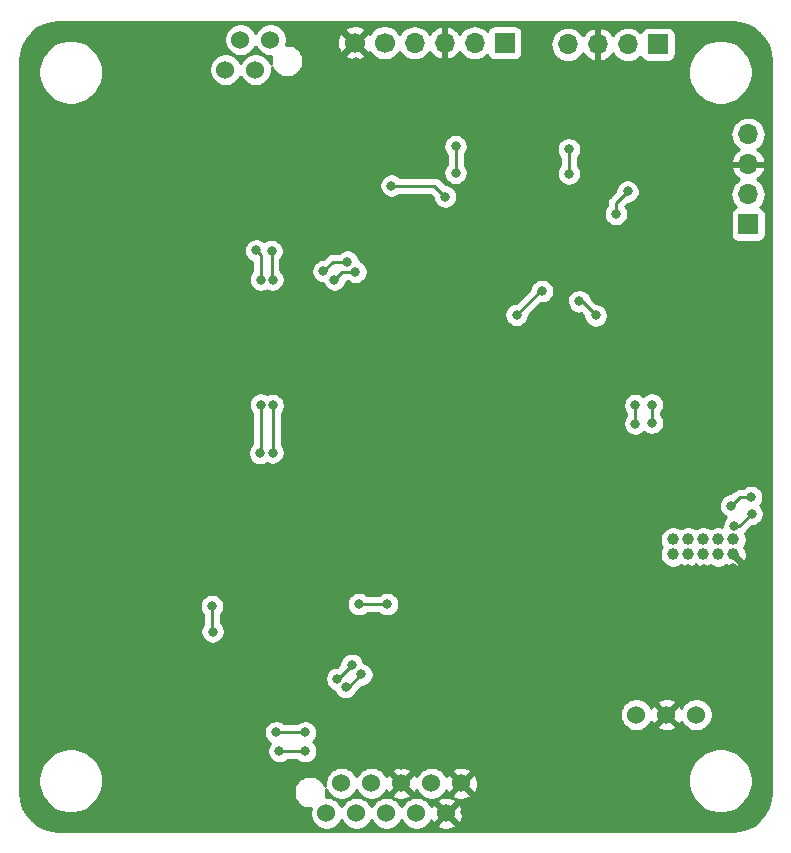
<source format=gbr>
G04 #@! TF.GenerationSoftware,KiCad,Pcbnew,(5.1.4-0)*
G04 #@! TF.CreationDate,2021-02-17T15:57:58+01:00*
G04 #@! TF.ProjectId,DCU,4443552e-6b69-4636-9164-5f7063625858,rev?*
G04 #@! TF.SameCoordinates,Original*
G04 #@! TF.FileFunction,Copper,L2,Bot*
G04 #@! TF.FilePolarity,Positive*
%FSLAX46Y46*%
G04 Gerber Fmt 4.6, Leading zero omitted, Abs format (unit mm)*
G04 Created by KiCad (PCBNEW (5.1.4-0)) date 2021-02-17 15:57:58*
%MOMM*%
%LPD*%
G04 APERTURE LIST*
%ADD10C,1.524000*%
%ADD11O,1.700000X1.700000*%
%ADD12R,1.700000X1.700000*%
%ADD13C,1.700000*%
%ADD14C,1.000000*%
%ADD15C,0.800000*%
%ADD16C,0.250000*%
%ADD17C,0.254000*%
G04 APERTURE END LIST*
D10*
X128100000Y-69790000D03*
X129370000Y-67250000D03*
X130640000Y-69790000D03*
X131910000Y-67250000D03*
D11*
X172350000Y-75260000D03*
X172350000Y-77800000D03*
X172350000Y-80340000D03*
D12*
X172350000Y-82880000D03*
D11*
X157100000Y-67650000D03*
X159640000Y-67650000D03*
X162180000Y-67650000D03*
D12*
X164720000Y-67650000D03*
X151730000Y-67520000D03*
D11*
X149190000Y-67520000D03*
X146650000Y-67520000D03*
X144110000Y-67520000D03*
D13*
X141570000Y-67520000D03*
X139030000Y-67520000D03*
D10*
X148080000Y-130210000D03*
X146810000Y-132750000D03*
X145540000Y-130210000D03*
X144270000Y-132750000D03*
X143000000Y-130210000D03*
X141730000Y-132750000D03*
X140460000Y-130210000D03*
X139190000Y-132750000D03*
X137920000Y-130210000D03*
X136650000Y-132750000D03*
D14*
X166018000Y-110832000D03*
X166018000Y-109562000D03*
X167288000Y-110832000D03*
X167288000Y-109562000D03*
X168558000Y-110832000D03*
X168558000Y-109562000D03*
X169828000Y-110832000D03*
X169828000Y-109562000D03*
X171098000Y-110832000D03*
X171098000Y-109562000D03*
D10*
X162885000Y-124400000D03*
X165425000Y-124400000D03*
X167965000Y-124400000D03*
D15*
X143650000Y-89250000D03*
X142050000Y-93650000D03*
X122900000Y-88950000D03*
X128070000Y-87810000D03*
X117920000Y-84090000D03*
X123130000Y-83700000D03*
X135060000Y-81980000D03*
X134300000Y-78350000D03*
X136490000Y-68710000D03*
X139150000Y-69150000D03*
X159600000Y-69300000D03*
X156000000Y-73600000D03*
X149210000Y-73710000D03*
X147700000Y-69000000D03*
X170650000Y-77900000D03*
X168120000Y-74920000D03*
X165850000Y-90800000D03*
X171850000Y-100800000D03*
X171200000Y-96950000D03*
X169800000Y-106250000D03*
X168780000Y-106410000D03*
X168000000Y-116550000D03*
X161300000Y-113050000D03*
X160100000Y-117600000D03*
X164900000Y-115600000D03*
X156450000Y-126900000D03*
X165500000Y-126100000D03*
X152200000Y-118950000D03*
X148400000Y-132650000D03*
X143000000Y-128700000D03*
X136300000Y-124600000D03*
X122850000Y-109900000D03*
X120550000Y-113250000D03*
X123110000Y-116570000D03*
X130380000Y-113860000D03*
X136680000Y-114700000D03*
X113350000Y-95150000D03*
X128000000Y-94200000D03*
X128000000Y-95100000D03*
X121600000Y-93900000D03*
X120750000Y-97100000D03*
X152600000Y-102350000D03*
X151850000Y-101800000D03*
X161050000Y-101800000D03*
X144580000Y-124440000D03*
X146950000Y-129000000D03*
X140150000Y-75850000D03*
X138950000Y-76450000D03*
X159500000Y-96300000D03*
X158980000Y-100280000D03*
X166800000Y-99750000D03*
X164666000Y-101750000D03*
X143584000Y-108862000D03*
X144854000Y-109370000D03*
X138800000Y-108850000D03*
X134300000Y-107300000D03*
X134300000Y-106100000D03*
X130600000Y-117300000D03*
X133700000Y-119550000D03*
X171100000Y-112000000D03*
X167300000Y-112050000D03*
X121850000Y-108850000D03*
X158300000Y-81200000D03*
X151050000Y-84350000D03*
X154100000Y-78700000D03*
X125100000Y-114500000D03*
X124600000Y-113500000D03*
X118650000Y-91900000D03*
X139350000Y-91900000D03*
X138150000Y-92250000D03*
X128200000Y-107300000D03*
X128200000Y-106100000D03*
X134150000Y-94150000D03*
X134150000Y-95100000D03*
X163700000Y-88550000D03*
X112670000Y-116830000D03*
X139450000Y-112300000D03*
X149050000Y-106050000D03*
X149050000Y-107100000D03*
X160400000Y-113050000D03*
X168600000Y-112050000D03*
X149050000Y-95150000D03*
X149050000Y-94250000D03*
X113350000Y-93950000D03*
X155950000Y-112650000D03*
X154150000Y-112700000D03*
X113350000Y-106250000D03*
X113350000Y-107100000D03*
X150000000Y-120100000D03*
X145050000Y-116350000D03*
X155900000Y-90800000D03*
X157200000Y-98250000D03*
X156500000Y-120900000D03*
X118150000Y-108950000D03*
X160700000Y-95500000D03*
X167650000Y-92200000D03*
X161450000Y-85300000D03*
X171650000Y-91200000D03*
X165600000Y-96200000D03*
X167100000Y-97600000D03*
X164350000Y-108150000D03*
X162450000Y-108850000D03*
X141850000Y-95300000D03*
X145450000Y-112750000D03*
X155950000Y-98450000D03*
X156950000Y-89850000D03*
X145850000Y-85100000D03*
X147750000Y-88150000D03*
X141550000Y-86450000D03*
X172619673Y-105972319D03*
X170900000Y-106700000D03*
X132390000Y-125890000D03*
X126960000Y-115200000D03*
X127020000Y-117360000D03*
X134850000Y-125900000D03*
X134850000Y-127490000D03*
X132665000Y-127480000D03*
X132000000Y-85146890D03*
X132100000Y-87571890D03*
X132100000Y-98200000D03*
X132100000Y-102215000D03*
X130700000Y-85100000D03*
X131100000Y-87571890D03*
X131101380Y-98147442D03*
X131050000Y-102250000D03*
X139388199Y-115038199D03*
X141800000Y-115050000D03*
X137568959Y-121371041D03*
X138791729Y-120189646D03*
X138276066Y-122078149D03*
X139601041Y-120998959D03*
X138420000Y-86040000D03*
X147590000Y-78530000D03*
X147590000Y-76270000D03*
X136400000Y-86846890D03*
X157180000Y-78590000D03*
X157170000Y-76530000D03*
X139100000Y-86900000D03*
X137332459Y-87567541D03*
X161150000Y-82000000D03*
X162151041Y-80098959D03*
X152750000Y-90550000D03*
X154900000Y-88550000D03*
X164200000Y-98150000D03*
X164200000Y-99681000D03*
X162800000Y-99750000D03*
X162800000Y-98200000D03*
X171198001Y-108450000D03*
X172648001Y-107400000D03*
X142154349Y-79604349D03*
X146700000Y-80535000D03*
X158050000Y-89400000D03*
X159450000Y-90600000D03*
D16*
X172619673Y-105972319D02*
X171627681Y-105972319D01*
X171627681Y-105972319D02*
X170900000Y-106700000D01*
X132400000Y-125900000D02*
X132390000Y-125890000D01*
X126960000Y-115200000D02*
X126960000Y-117300000D01*
X126960000Y-117300000D02*
X127020000Y-117360000D01*
X132390000Y-125890000D02*
X134840000Y-125890000D01*
X134840000Y-125890000D02*
X134850000Y-125900000D01*
X134850000Y-127490000D02*
X132675000Y-127490000D01*
X132675000Y-127490000D02*
X132665000Y-127480000D01*
X132000000Y-85146890D02*
X132000000Y-87471890D01*
X132000000Y-87471890D02*
X132100000Y-87571890D01*
X132100000Y-98200000D02*
X132100000Y-102215000D01*
X130700000Y-85100000D02*
X131100000Y-85500000D01*
X131100000Y-85500000D02*
X131100000Y-87571890D01*
X131101380Y-98147442D02*
X131101380Y-102198620D01*
X131101380Y-102198620D02*
X131050000Y-102250000D01*
X139388199Y-115038199D02*
X141788199Y-115038199D01*
X141788199Y-115038199D02*
X141800000Y-115050000D01*
X137568959Y-121371041D02*
X137610334Y-121371041D01*
X137610334Y-121371041D02*
X138791729Y-120189646D01*
X138276066Y-122078149D02*
X138521851Y-122078149D01*
X138521851Y-122078149D02*
X139601041Y-120998959D01*
X147590000Y-78530000D02*
X147590000Y-76270000D01*
X138420000Y-86040000D02*
X137406890Y-86040000D01*
X137406890Y-86040000D02*
X137206890Y-86040000D01*
X137206890Y-86040000D02*
X136400000Y-86846890D01*
X157180000Y-78590000D02*
X157180000Y-76540000D01*
X157180000Y-76540000D02*
X157170000Y-76530000D01*
X139100000Y-86900000D02*
X138000000Y-86900000D01*
X138000000Y-86900000D02*
X137332459Y-87567541D01*
X161150000Y-82000000D02*
X161150000Y-81100000D01*
X161150000Y-81100000D02*
X162151041Y-80098959D01*
X152750000Y-90550000D02*
X154750000Y-88550000D01*
X154750000Y-88550000D02*
X154900000Y-88550000D01*
X164200000Y-98150000D02*
X164200000Y-99681000D01*
X162800000Y-99750000D02*
X162800000Y-98200000D01*
X171198001Y-108450000D02*
X171598001Y-108450000D01*
X171598001Y-108450000D02*
X172648001Y-107400000D01*
X142154349Y-79604349D02*
X145769349Y-79604349D01*
X145769349Y-79604349D02*
X146700000Y-80535000D01*
X158050000Y-89400000D02*
X158250000Y-89400000D01*
X158250000Y-89400000D02*
X159450000Y-90600000D01*
D17*
G36*
X171633489Y-65800638D02*
G01*
X172242855Y-65984617D01*
X172804876Y-66283449D01*
X173298148Y-66685753D01*
X173703885Y-67176205D01*
X174006635Y-67736128D01*
X174194861Y-68344188D01*
X174265001Y-69011522D01*
X174265002Y-130964035D01*
X174199362Y-131633488D01*
X174015383Y-132242853D01*
X173716552Y-132804874D01*
X173314248Y-133298147D01*
X172823793Y-133703886D01*
X172263877Y-134006633D01*
X171655812Y-134194860D01*
X170988479Y-134265000D01*
X114035946Y-134265000D01*
X113366512Y-134199362D01*
X112757146Y-134015383D01*
X112195130Y-133716553D01*
X111701856Y-133314250D01*
X111296117Y-132823795D01*
X110993367Y-132263873D01*
X110805141Y-131655811D01*
X110735001Y-130988478D01*
X110735001Y-129729963D01*
X112258267Y-129729963D01*
X112258267Y-130270037D01*
X112363630Y-130799734D01*
X112570308Y-131298698D01*
X112870357Y-131747753D01*
X113252248Y-132129644D01*
X113701303Y-132429693D01*
X114200267Y-132636371D01*
X114729964Y-132741734D01*
X115270038Y-132741734D01*
X115799735Y-132636371D01*
X116298699Y-132429693D01*
X116747754Y-132129644D01*
X117129645Y-131747753D01*
X117429694Y-131298698D01*
X117630633Y-130813589D01*
X133865000Y-130813589D01*
X133865000Y-131086411D01*
X133918225Y-131353989D01*
X134022629Y-131606043D01*
X134174201Y-131832886D01*
X134367114Y-132025799D01*
X134593957Y-132177371D01*
X134846011Y-132281775D01*
X135113589Y-132335000D01*
X135309797Y-132335000D01*
X135306686Y-132342510D01*
X135253000Y-132612408D01*
X135253000Y-132887592D01*
X135306686Y-133157490D01*
X135411995Y-133411727D01*
X135564880Y-133640535D01*
X135759465Y-133835120D01*
X135988273Y-133988005D01*
X136242510Y-134093314D01*
X136512408Y-134147000D01*
X136787592Y-134147000D01*
X137057490Y-134093314D01*
X137311727Y-133988005D01*
X137540535Y-133835120D01*
X137735120Y-133640535D01*
X137888005Y-133411727D01*
X137920000Y-133334485D01*
X137951995Y-133411727D01*
X138104880Y-133640535D01*
X138299465Y-133835120D01*
X138528273Y-133988005D01*
X138782510Y-134093314D01*
X139052408Y-134147000D01*
X139327592Y-134147000D01*
X139597490Y-134093314D01*
X139851727Y-133988005D01*
X140080535Y-133835120D01*
X140275120Y-133640535D01*
X140428005Y-133411727D01*
X140460000Y-133334485D01*
X140491995Y-133411727D01*
X140644880Y-133640535D01*
X140839465Y-133835120D01*
X141068273Y-133988005D01*
X141322510Y-134093314D01*
X141592408Y-134147000D01*
X141867592Y-134147000D01*
X142137490Y-134093314D01*
X142391727Y-133988005D01*
X142620535Y-133835120D01*
X142815120Y-133640535D01*
X142968005Y-133411727D01*
X143000000Y-133334485D01*
X143031995Y-133411727D01*
X143184880Y-133640535D01*
X143379465Y-133835120D01*
X143608273Y-133988005D01*
X143862510Y-134093314D01*
X144132408Y-134147000D01*
X144407592Y-134147000D01*
X144677490Y-134093314D01*
X144931727Y-133988005D01*
X145160535Y-133835120D01*
X145280090Y-133715565D01*
X146024040Y-133715565D01*
X146091020Y-133955656D01*
X146340048Y-134072756D01*
X146607135Y-134139023D01*
X146882017Y-134151910D01*
X147154133Y-134110922D01*
X147413023Y-134017636D01*
X147528980Y-133955656D01*
X147595960Y-133715565D01*
X146810000Y-132929605D01*
X146024040Y-133715565D01*
X145280090Y-133715565D01*
X145355120Y-133640535D01*
X145508005Y-133411727D01*
X145537692Y-133340057D01*
X145542364Y-133353023D01*
X145604344Y-133468980D01*
X145844435Y-133535960D01*
X146630395Y-132750000D01*
X146989605Y-132750000D01*
X147775565Y-133535960D01*
X148015656Y-133468980D01*
X148132756Y-133219952D01*
X148199023Y-132952865D01*
X148211910Y-132677983D01*
X148170922Y-132405867D01*
X148077636Y-132146977D01*
X148015656Y-132031020D01*
X147775565Y-131964040D01*
X146989605Y-132750000D01*
X146630395Y-132750000D01*
X145844435Y-131964040D01*
X145604344Y-132031020D01*
X145540515Y-132166760D01*
X145508005Y-132088273D01*
X145355120Y-131859465D01*
X145280090Y-131784435D01*
X146024040Y-131784435D01*
X146810000Y-132570395D01*
X147595960Y-131784435D01*
X147528980Y-131544344D01*
X147279952Y-131427244D01*
X147012865Y-131360977D01*
X146737983Y-131348090D01*
X146465867Y-131389078D01*
X146206977Y-131482364D01*
X146091020Y-131544344D01*
X146024040Y-131784435D01*
X145280090Y-131784435D01*
X145160535Y-131664880D01*
X144931727Y-131511995D01*
X144677490Y-131406686D01*
X144407592Y-131353000D01*
X144132408Y-131353000D01*
X143862510Y-131406686D01*
X143608273Y-131511995D01*
X143379465Y-131664880D01*
X143184880Y-131859465D01*
X143031995Y-132088273D01*
X143000000Y-132165515D01*
X142968005Y-132088273D01*
X142815120Y-131859465D01*
X142620535Y-131664880D01*
X142391727Y-131511995D01*
X142137490Y-131406686D01*
X141867592Y-131353000D01*
X141592408Y-131353000D01*
X141322510Y-131406686D01*
X141068273Y-131511995D01*
X140839465Y-131664880D01*
X140644880Y-131859465D01*
X140491995Y-132088273D01*
X140460000Y-132165515D01*
X140428005Y-132088273D01*
X140275120Y-131859465D01*
X140080535Y-131664880D01*
X139851727Y-131511995D01*
X139597490Y-131406686D01*
X139327592Y-131353000D01*
X139052408Y-131353000D01*
X138782510Y-131406686D01*
X138528273Y-131511995D01*
X138299465Y-131664880D01*
X138104880Y-131859465D01*
X137951995Y-132088273D01*
X137920000Y-132165515D01*
X137888005Y-132088273D01*
X137735120Y-131859465D01*
X137540535Y-131664880D01*
X137311727Y-131511995D01*
X137057490Y-131406686D01*
X136787592Y-131353000D01*
X136581972Y-131353000D01*
X136635000Y-131086411D01*
X136635000Y-130813589D01*
X136613831Y-130707165D01*
X136681995Y-130871727D01*
X136834880Y-131100535D01*
X137029465Y-131295120D01*
X137258273Y-131448005D01*
X137512510Y-131553314D01*
X137782408Y-131607000D01*
X138057592Y-131607000D01*
X138327490Y-131553314D01*
X138581727Y-131448005D01*
X138810535Y-131295120D01*
X139005120Y-131100535D01*
X139158005Y-130871727D01*
X139190000Y-130794485D01*
X139221995Y-130871727D01*
X139374880Y-131100535D01*
X139569465Y-131295120D01*
X139798273Y-131448005D01*
X140052510Y-131553314D01*
X140322408Y-131607000D01*
X140597592Y-131607000D01*
X140867490Y-131553314D01*
X141121727Y-131448005D01*
X141350535Y-131295120D01*
X141470090Y-131175565D01*
X142214040Y-131175565D01*
X142281020Y-131415656D01*
X142530048Y-131532756D01*
X142797135Y-131599023D01*
X143072017Y-131611910D01*
X143344133Y-131570922D01*
X143603023Y-131477636D01*
X143718980Y-131415656D01*
X143785960Y-131175565D01*
X143000000Y-130389605D01*
X142214040Y-131175565D01*
X141470090Y-131175565D01*
X141545120Y-131100535D01*
X141698005Y-130871727D01*
X141727692Y-130800057D01*
X141732364Y-130813023D01*
X141794344Y-130928980D01*
X142034435Y-130995960D01*
X142820395Y-130210000D01*
X143179605Y-130210000D01*
X143965565Y-130995960D01*
X144205656Y-130928980D01*
X144269485Y-130793240D01*
X144301995Y-130871727D01*
X144454880Y-131100535D01*
X144649465Y-131295120D01*
X144878273Y-131448005D01*
X145132510Y-131553314D01*
X145402408Y-131607000D01*
X145677592Y-131607000D01*
X145947490Y-131553314D01*
X146201727Y-131448005D01*
X146430535Y-131295120D01*
X146550090Y-131175565D01*
X147294040Y-131175565D01*
X147361020Y-131415656D01*
X147610048Y-131532756D01*
X147877135Y-131599023D01*
X148152017Y-131611910D01*
X148424133Y-131570922D01*
X148683023Y-131477636D01*
X148798980Y-131415656D01*
X148865960Y-131175565D01*
X148080000Y-130389605D01*
X147294040Y-131175565D01*
X146550090Y-131175565D01*
X146625120Y-131100535D01*
X146778005Y-130871727D01*
X146807692Y-130800057D01*
X146812364Y-130813023D01*
X146874344Y-130928980D01*
X147114435Y-130995960D01*
X147900395Y-130210000D01*
X148259605Y-130210000D01*
X149045565Y-130995960D01*
X149285656Y-130928980D01*
X149402756Y-130679952D01*
X149469023Y-130412865D01*
X149481910Y-130137983D01*
X149440922Y-129865867D01*
X149391952Y-129729963D01*
X167258266Y-129729963D01*
X167258266Y-130270037D01*
X167363629Y-130799734D01*
X167570307Y-131298698D01*
X167870356Y-131747753D01*
X168252247Y-132129644D01*
X168701302Y-132429693D01*
X169200266Y-132636371D01*
X169729963Y-132741734D01*
X170270037Y-132741734D01*
X170799734Y-132636371D01*
X171298698Y-132429693D01*
X171747753Y-132129644D01*
X172129644Y-131747753D01*
X172429693Y-131298698D01*
X172636371Y-130799734D01*
X172741734Y-130270037D01*
X172741734Y-129729963D01*
X172636371Y-129200266D01*
X172429693Y-128701302D01*
X172129644Y-128252247D01*
X171747753Y-127870356D01*
X171298698Y-127570307D01*
X170799734Y-127363629D01*
X170270037Y-127258266D01*
X169729963Y-127258266D01*
X169200266Y-127363629D01*
X168701302Y-127570307D01*
X168252247Y-127870356D01*
X167870356Y-128252247D01*
X167570307Y-128701302D01*
X167363629Y-129200266D01*
X167258266Y-129729963D01*
X149391952Y-129729963D01*
X149347636Y-129606977D01*
X149285656Y-129491020D01*
X149045565Y-129424040D01*
X148259605Y-130210000D01*
X147900395Y-130210000D01*
X147114435Y-129424040D01*
X146874344Y-129491020D01*
X146810515Y-129626760D01*
X146778005Y-129548273D01*
X146625120Y-129319465D01*
X146550090Y-129244435D01*
X147294040Y-129244435D01*
X148080000Y-130030395D01*
X148865960Y-129244435D01*
X148798980Y-129004344D01*
X148549952Y-128887244D01*
X148282865Y-128820977D01*
X148007983Y-128808090D01*
X147735867Y-128849078D01*
X147476977Y-128942364D01*
X147361020Y-129004344D01*
X147294040Y-129244435D01*
X146550090Y-129244435D01*
X146430535Y-129124880D01*
X146201727Y-128971995D01*
X145947490Y-128866686D01*
X145677592Y-128813000D01*
X145402408Y-128813000D01*
X145132510Y-128866686D01*
X144878273Y-128971995D01*
X144649465Y-129124880D01*
X144454880Y-129319465D01*
X144301995Y-129548273D01*
X144272308Y-129619943D01*
X144267636Y-129606977D01*
X144205656Y-129491020D01*
X143965565Y-129424040D01*
X143179605Y-130210000D01*
X142820395Y-130210000D01*
X142034435Y-129424040D01*
X141794344Y-129491020D01*
X141730515Y-129626760D01*
X141698005Y-129548273D01*
X141545120Y-129319465D01*
X141470090Y-129244435D01*
X142214040Y-129244435D01*
X143000000Y-130030395D01*
X143785960Y-129244435D01*
X143718980Y-129004344D01*
X143469952Y-128887244D01*
X143202865Y-128820977D01*
X142927983Y-128808090D01*
X142655867Y-128849078D01*
X142396977Y-128942364D01*
X142281020Y-129004344D01*
X142214040Y-129244435D01*
X141470090Y-129244435D01*
X141350535Y-129124880D01*
X141121727Y-128971995D01*
X140867490Y-128866686D01*
X140597592Y-128813000D01*
X140322408Y-128813000D01*
X140052510Y-128866686D01*
X139798273Y-128971995D01*
X139569465Y-129124880D01*
X139374880Y-129319465D01*
X139221995Y-129548273D01*
X139190000Y-129625515D01*
X139158005Y-129548273D01*
X139005120Y-129319465D01*
X138810535Y-129124880D01*
X138581727Y-128971995D01*
X138327490Y-128866686D01*
X138057592Y-128813000D01*
X137782408Y-128813000D01*
X137512510Y-128866686D01*
X137258273Y-128971995D01*
X137029465Y-129124880D01*
X136834880Y-129319465D01*
X136681995Y-129548273D01*
X136576686Y-129802510D01*
X136523000Y-130072408D01*
X136523000Y-130347592D01*
X136544631Y-130456336D01*
X136477371Y-130293957D01*
X136325799Y-130067114D01*
X136132886Y-129874201D01*
X135906043Y-129722629D01*
X135653989Y-129618225D01*
X135386411Y-129565000D01*
X135113589Y-129565000D01*
X134846011Y-129618225D01*
X134593957Y-129722629D01*
X134367114Y-129874201D01*
X134174201Y-130067114D01*
X134022629Y-130293957D01*
X133918225Y-130546011D01*
X133865000Y-130813589D01*
X117630633Y-130813589D01*
X117636372Y-130799734D01*
X117741735Y-130270037D01*
X117741735Y-129729963D01*
X117636372Y-129200266D01*
X117429694Y-128701302D01*
X117129645Y-128252247D01*
X116747754Y-127870356D01*
X116298699Y-127570307D01*
X115799735Y-127363629D01*
X115270038Y-127258266D01*
X114729964Y-127258266D01*
X114200267Y-127363629D01*
X113701303Y-127570307D01*
X113252248Y-127870356D01*
X112870357Y-128252247D01*
X112570308Y-128701302D01*
X112363630Y-129200266D01*
X112258267Y-129729963D01*
X110735001Y-129729963D01*
X110735001Y-125788061D01*
X131355000Y-125788061D01*
X131355000Y-125991939D01*
X131394774Y-126191898D01*
X131472795Y-126380256D01*
X131586063Y-126549774D01*
X131730226Y-126693937D01*
X131884362Y-126796927D01*
X131861063Y-126820226D01*
X131747795Y-126989744D01*
X131669774Y-127178102D01*
X131630000Y-127378061D01*
X131630000Y-127581939D01*
X131669774Y-127781898D01*
X131747795Y-127970256D01*
X131861063Y-128139774D01*
X132005226Y-128283937D01*
X132174744Y-128397205D01*
X132363102Y-128475226D01*
X132563061Y-128515000D01*
X132766939Y-128515000D01*
X132966898Y-128475226D01*
X133155256Y-128397205D01*
X133324774Y-128283937D01*
X133358711Y-128250000D01*
X134146289Y-128250000D01*
X134190226Y-128293937D01*
X134359744Y-128407205D01*
X134548102Y-128485226D01*
X134748061Y-128525000D01*
X134951939Y-128525000D01*
X135151898Y-128485226D01*
X135340256Y-128407205D01*
X135509774Y-128293937D01*
X135653937Y-128149774D01*
X135767205Y-127980256D01*
X135845226Y-127791898D01*
X135885000Y-127591939D01*
X135885000Y-127388061D01*
X135845226Y-127188102D01*
X135767205Y-126999744D01*
X135653937Y-126830226D01*
X135518711Y-126695000D01*
X135653937Y-126559774D01*
X135767205Y-126390256D01*
X135845226Y-126201898D01*
X135885000Y-126001939D01*
X135885000Y-125798061D01*
X135845226Y-125598102D01*
X135767205Y-125409744D01*
X135653937Y-125240226D01*
X135509774Y-125096063D01*
X135340256Y-124982795D01*
X135151898Y-124904774D01*
X134951939Y-124865000D01*
X134748061Y-124865000D01*
X134548102Y-124904774D01*
X134359744Y-124982795D01*
X134190226Y-125096063D01*
X134156289Y-125130000D01*
X133093711Y-125130000D01*
X133049774Y-125086063D01*
X132880256Y-124972795D01*
X132691898Y-124894774D01*
X132491939Y-124855000D01*
X132288061Y-124855000D01*
X132088102Y-124894774D01*
X131899744Y-124972795D01*
X131730226Y-125086063D01*
X131586063Y-125230226D01*
X131472795Y-125399744D01*
X131394774Y-125588102D01*
X131355000Y-125788061D01*
X110735001Y-125788061D01*
X110735001Y-124262408D01*
X161488000Y-124262408D01*
X161488000Y-124537592D01*
X161541686Y-124807490D01*
X161646995Y-125061727D01*
X161799880Y-125290535D01*
X161994465Y-125485120D01*
X162223273Y-125638005D01*
X162477510Y-125743314D01*
X162747408Y-125797000D01*
X163022592Y-125797000D01*
X163292490Y-125743314D01*
X163546727Y-125638005D01*
X163775535Y-125485120D01*
X163895090Y-125365565D01*
X164639040Y-125365565D01*
X164706020Y-125605656D01*
X164955048Y-125722756D01*
X165222135Y-125789023D01*
X165497017Y-125801910D01*
X165769133Y-125760922D01*
X166028023Y-125667636D01*
X166143980Y-125605656D01*
X166210960Y-125365565D01*
X165425000Y-124579605D01*
X164639040Y-125365565D01*
X163895090Y-125365565D01*
X163970120Y-125290535D01*
X164123005Y-125061727D01*
X164152692Y-124990057D01*
X164157364Y-125003023D01*
X164219344Y-125118980D01*
X164459435Y-125185960D01*
X165245395Y-124400000D01*
X165604605Y-124400000D01*
X166390565Y-125185960D01*
X166630656Y-125118980D01*
X166694485Y-124983240D01*
X166726995Y-125061727D01*
X166879880Y-125290535D01*
X167074465Y-125485120D01*
X167303273Y-125638005D01*
X167557510Y-125743314D01*
X167827408Y-125797000D01*
X168102592Y-125797000D01*
X168372490Y-125743314D01*
X168626727Y-125638005D01*
X168855535Y-125485120D01*
X169050120Y-125290535D01*
X169203005Y-125061727D01*
X169308314Y-124807490D01*
X169362000Y-124537592D01*
X169362000Y-124262408D01*
X169308314Y-123992510D01*
X169203005Y-123738273D01*
X169050120Y-123509465D01*
X168855535Y-123314880D01*
X168626727Y-123161995D01*
X168372490Y-123056686D01*
X168102592Y-123003000D01*
X167827408Y-123003000D01*
X167557510Y-123056686D01*
X167303273Y-123161995D01*
X167074465Y-123314880D01*
X166879880Y-123509465D01*
X166726995Y-123738273D01*
X166697308Y-123809943D01*
X166692636Y-123796977D01*
X166630656Y-123681020D01*
X166390565Y-123614040D01*
X165604605Y-124400000D01*
X165245395Y-124400000D01*
X164459435Y-123614040D01*
X164219344Y-123681020D01*
X164155515Y-123816760D01*
X164123005Y-123738273D01*
X163970120Y-123509465D01*
X163895090Y-123434435D01*
X164639040Y-123434435D01*
X165425000Y-124220395D01*
X166210960Y-123434435D01*
X166143980Y-123194344D01*
X165894952Y-123077244D01*
X165627865Y-123010977D01*
X165352983Y-122998090D01*
X165080867Y-123039078D01*
X164821977Y-123132364D01*
X164706020Y-123194344D01*
X164639040Y-123434435D01*
X163895090Y-123434435D01*
X163775535Y-123314880D01*
X163546727Y-123161995D01*
X163292490Y-123056686D01*
X163022592Y-123003000D01*
X162747408Y-123003000D01*
X162477510Y-123056686D01*
X162223273Y-123161995D01*
X161994465Y-123314880D01*
X161799880Y-123509465D01*
X161646995Y-123738273D01*
X161541686Y-123992510D01*
X161488000Y-124262408D01*
X110735001Y-124262408D01*
X110735001Y-121269102D01*
X136533959Y-121269102D01*
X136533959Y-121472980D01*
X136573733Y-121672939D01*
X136651754Y-121861297D01*
X136765022Y-122030815D01*
X136909185Y-122174978D01*
X137078703Y-122288246D01*
X137267061Y-122366267D01*
X137278554Y-122368553D01*
X137280840Y-122380047D01*
X137358861Y-122568405D01*
X137472129Y-122737923D01*
X137616292Y-122882086D01*
X137785810Y-122995354D01*
X137974168Y-123073375D01*
X138174127Y-123113149D01*
X138378005Y-123113149D01*
X138577964Y-123073375D01*
X138766322Y-122995354D01*
X138935840Y-122882086D01*
X139080003Y-122737923D01*
X139193271Y-122568405D01*
X139254702Y-122420100D01*
X139640843Y-122033959D01*
X139702980Y-122033959D01*
X139902939Y-121994185D01*
X140091297Y-121916164D01*
X140260815Y-121802896D01*
X140404978Y-121658733D01*
X140518246Y-121489215D01*
X140596267Y-121300857D01*
X140636041Y-121100898D01*
X140636041Y-120897020D01*
X140596267Y-120697061D01*
X140518246Y-120508703D01*
X140404978Y-120339185D01*
X140260815Y-120195022D01*
X140091297Y-120081754D01*
X139902939Y-120003733D01*
X139806198Y-119984490D01*
X139786955Y-119887748D01*
X139708934Y-119699390D01*
X139595666Y-119529872D01*
X139451503Y-119385709D01*
X139281985Y-119272441D01*
X139093627Y-119194420D01*
X138893668Y-119154646D01*
X138689790Y-119154646D01*
X138489831Y-119194420D01*
X138301473Y-119272441D01*
X138131955Y-119385709D01*
X137987792Y-119529872D01*
X137874524Y-119699390D01*
X137796503Y-119887748D01*
X137756729Y-120087707D01*
X137756729Y-120149844D01*
X137570533Y-120336041D01*
X137467020Y-120336041D01*
X137267061Y-120375815D01*
X137078703Y-120453836D01*
X136909185Y-120567104D01*
X136765022Y-120711267D01*
X136651754Y-120880785D01*
X136573733Y-121069143D01*
X136533959Y-121269102D01*
X110735001Y-121269102D01*
X110735001Y-115098061D01*
X125925000Y-115098061D01*
X125925000Y-115301939D01*
X125964774Y-115501898D01*
X126042795Y-115690256D01*
X126156063Y-115859774D01*
X126200000Y-115903711D01*
X126200001Y-116724265D01*
X126102795Y-116869744D01*
X126024774Y-117058102D01*
X125985000Y-117258061D01*
X125985000Y-117461939D01*
X126024774Y-117661898D01*
X126102795Y-117850256D01*
X126216063Y-118019774D01*
X126360226Y-118163937D01*
X126529744Y-118277205D01*
X126718102Y-118355226D01*
X126918061Y-118395000D01*
X127121939Y-118395000D01*
X127321898Y-118355226D01*
X127510256Y-118277205D01*
X127679774Y-118163937D01*
X127823937Y-118019774D01*
X127937205Y-117850256D01*
X128015226Y-117661898D01*
X128055000Y-117461939D01*
X128055000Y-117258061D01*
X128015226Y-117058102D01*
X127937205Y-116869744D01*
X127823937Y-116700226D01*
X127720000Y-116596289D01*
X127720000Y-115903711D01*
X127763937Y-115859774D01*
X127877205Y-115690256D01*
X127955226Y-115501898D01*
X127995000Y-115301939D01*
X127995000Y-115098061D01*
X127962817Y-114936260D01*
X138353199Y-114936260D01*
X138353199Y-115140138D01*
X138392973Y-115340097D01*
X138470994Y-115528455D01*
X138584262Y-115697973D01*
X138728425Y-115842136D01*
X138897943Y-115955404D01*
X139086301Y-116033425D01*
X139286260Y-116073199D01*
X139490138Y-116073199D01*
X139690097Y-116033425D01*
X139878455Y-115955404D01*
X140047973Y-115842136D01*
X140091910Y-115798199D01*
X141084488Y-115798199D01*
X141140226Y-115853937D01*
X141309744Y-115967205D01*
X141498102Y-116045226D01*
X141698061Y-116085000D01*
X141901939Y-116085000D01*
X142101898Y-116045226D01*
X142290256Y-115967205D01*
X142459774Y-115853937D01*
X142603937Y-115709774D01*
X142717205Y-115540256D01*
X142795226Y-115351898D01*
X142835000Y-115151939D01*
X142835000Y-114948061D01*
X142795226Y-114748102D01*
X142717205Y-114559744D01*
X142603937Y-114390226D01*
X142459774Y-114246063D01*
X142290256Y-114132795D01*
X142101898Y-114054774D01*
X141901939Y-114015000D01*
X141698061Y-114015000D01*
X141498102Y-114054774D01*
X141309744Y-114132795D01*
X141140226Y-114246063D01*
X141108090Y-114278199D01*
X140091910Y-114278199D01*
X140047973Y-114234262D01*
X139878455Y-114120994D01*
X139690097Y-114042973D01*
X139490138Y-114003199D01*
X139286260Y-114003199D01*
X139086301Y-114042973D01*
X138897943Y-114120994D01*
X138728425Y-114234262D01*
X138584262Y-114378425D01*
X138470994Y-114547943D01*
X138392973Y-114736301D01*
X138353199Y-114936260D01*
X127962817Y-114936260D01*
X127955226Y-114898102D01*
X127877205Y-114709744D01*
X127763937Y-114540226D01*
X127619774Y-114396063D01*
X127450256Y-114282795D01*
X127261898Y-114204774D01*
X127061939Y-114165000D01*
X126858061Y-114165000D01*
X126658102Y-114204774D01*
X126469744Y-114282795D01*
X126300226Y-114396063D01*
X126156063Y-114540226D01*
X126042795Y-114709744D01*
X125964774Y-114898102D01*
X125925000Y-115098061D01*
X110735001Y-115098061D01*
X110735001Y-109450212D01*
X164883000Y-109450212D01*
X164883000Y-109673788D01*
X164926617Y-109893067D01*
X165012176Y-110099624D01*
X165077241Y-110197000D01*
X165012176Y-110294376D01*
X164926617Y-110500933D01*
X164883000Y-110720212D01*
X164883000Y-110943788D01*
X164926617Y-111163067D01*
X165012176Y-111369624D01*
X165136388Y-111555520D01*
X165294480Y-111713612D01*
X165480376Y-111837824D01*
X165686933Y-111923383D01*
X165906212Y-111967000D01*
X166129788Y-111967000D01*
X166349067Y-111923383D01*
X166555624Y-111837824D01*
X166709930Y-111734720D01*
X166724550Y-111823588D01*
X166928826Y-111914458D01*
X167146905Y-111963731D01*
X167370406Y-111969511D01*
X167590740Y-111931577D01*
X167799440Y-111851387D01*
X167851450Y-111823588D01*
X167872210Y-111697398D01*
X167923000Y-111646608D01*
X167973790Y-111697398D01*
X167994550Y-111823588D01*
X168198826Y-111914458D01*
X168416905Y-111963731D01*
X168640406Y-111969511D01*
X168860740Y-111931577D01*
X169069440Y-111851387D01*
X169121450Y-111823588D01*
X169136070Y-111734720D01*
X169290376Y-111837824D01*
X169496933Y-111923383D01*
X169716212Y-111967000D01*
X169939788Y-111967000D01*
X170159067Y-111923383D01*
X170365624Y-111837824D01*
X170519930Y-111734720D01*
X170534550Y-111823588D01*
X170738826Y-111914458D01*
X170956905Y-111963731D01*
X171180406Y-111969511D01*
X171400740Y-111931577D01*
X171609440Y-111851387D01*
X171661450Y-111823588D01*
X171696561Y-111610166D01*
X171098000Y-111011605D01*
X171083858Y-111025748D01*
X170963000Y-110904890D01*
X170963000Y-110759110D01*
X171025110Y-110697000D01*
X171170890Y-110697000D01*
X171291748Y-110817858D01*
X171277605Y-110832000D01*
X171876166Y-111430561D01*
X172089588Y-111395450D01*
X172180458Y-111191174D01*
X172229731Y-110973095D01*
X172235511Y-110749594D01*
X172197577Y-110529260D01*
X172117387Y-110320560D01*
X172089588Y-110268550D01*
X172000720Y-110253930D01*
X172103824Y-110099624D01*
X172189383Y-109893067D01*
X172233000Y-109673788D01*
X172233000Y-109450212D01*
X172189383Y-109230933D01*
X172103824Y-109024376D01*
X172101094Y-109020290D01*
X172138002Y-108990001D01*
X172161805Y-108960998D01*
X172687803Y-108435000D01*
X172749940Y-108435000D01*
X172949899Y-108395226D01*
X173138257Y-108317205D01*
X173307775Y-108203937D01*
X173451938Y-108059774D01*
X173565206Y-107890256D01*
X173643227Y-107701898D01*
X173683001Y-107501939D01*
X173683001Y-107298061D01*
X173643227Y-107098102D01*
X173565206Y-106909744D01*
X173451938Y-106740226D01*
X173383708Y-106671996D01*
X173423610Y-106632093D01*
X173536878Y-106462575D01*
X173614899Y-106274217D01*
X173654673Y-106074258D01*
X173654673Y-105870380D01*
X173614899Y-105670421D01*
X173536878Y-105482063D01*
X173423610Y-105312545D01*
X173279447Y-105168382D01*
X173109929Y-105055114D01*
X172921571Y-104977093D01*
X172721612Y-104937319D01*
X172517734Y-104937319D01*
X172317775Y-104977093D01*
X172129417Y-105055114D01*
X171959899Y-105168382D01*
X171915962Y-105212319D01*
X171665003Y-105212319D01*
X171627680Y-105208643D01*
X171590357Y-105212319D01*
X171590348Y-105212319D01*
X171478695Y-105223316D01*
X171335434Y-105266773D01*
X171203405Y-105337345D01*
X171087680Y-105432318D01*
X171063882Y-105461317D01*
X170860198Y-105665000D01*
X170798061Y-105665000D01*
X170598102Y-105704774D01*
X170409744Y-105782795D01*
X170240226Y-105896063D01*
X170096063Y-106040226D01*
X169982795Y-106209744D01*
X169904774Y-106398102D01*
X169865000Y-106598061D01*
X169865000Y-106801939D01*
X169904774Y-107001898D01*
X169982795Y-107190256D01*
X170096063Y-107359774D01*
X170240226Y-107503937D01*
X170409744Y-107617205D01*
X170521001Y-107663289D01*
X170394064Y-107790226D01*
X170280796Y-107959744D01*
X170202775Y-108148102D01*
X170163001Y-108348061D01*
X170163001Y-108472247D01*
X170159067Y-108470617D01*
X169939788Y-108427000D01*
X169716212Y-108427000D01*
X169496933Y-108470617D01*
X169290376Y-108556176D01*
X169193000Y-108621241D01*
X169095624Y-108556176D01*
X168889067Y-108470617D01*
X168669788Y-108427000D01*
X168446212Y-108427000D01*
X168226933Y-108470617D01*
X168020376Y-108556176D01*
X167923000Y-108621241D01*
X167825624Y-108556176D01*
X167619067Y-108470617D01*
X167399788Y-108427000D01*
X167176212Y-108427000D01*
X166956933Y-108470617D01*
X166750376Y-108556176D01*
X166653000Y-108621241D01*
X166555624Y-108556176D01*
X166349067Y-108470617D01*
X166129788Y-108427000D01*
X165906212Y-108427000D01*
X165686933Y-108470617D01*
X165480376Y-108556176D01*
X165294480Y-108680388D01*
X165136388Y-108838480D01*
X165012176Y-109024376D01*
X164926617Y-109230933D01*
X164883000Y-109450212D01*
X110735001Y-109450212D01*
X110735001Y-102148061D01*
X130015000Y-102148061D01*
X130015000Y-102351939D01*
X130054774Y-102551898D01*
X130132795Y-102740256D01*
X130246063Y-102909774D01*
X130390226Y-103053937D01*
X130559744Y-103167205D01*
X130748102Y-103245226D01*
X130948061Y-103285000D01*
X131151939Y-103285000D01*
X131351898Y-103245226D01*
X131540256Y-103167205D01*
X131601191Y-103126490D01*
X131609744Y-103132205D01*
X131798102Y-103210226D01*
X131998061Y-103250000D01*
X132201939Y-103250000D01*
X132401898Y-103210226D01*
X132590256Y-103132205D01*
X132759774Y-103018937D01*
X132903937Y-102874774D01*
X133017205Y-102705256D01*
X133095226Y-102516898D01*
X133135000Y-102316939D01*
X133135000Y-102113061D01*
X133095226Y-101913102D01*
X133017205Y-101724744D01*
X132903937Y-101555226D01*
X132860000Y-101511289D01*
X132860000Y-98903711D01*
X132903937Y-98859774D01*
X133017205Y-98690256D01*
X133095226Y-98501898D01*
X133135000Y-98301939D01*
X133135000Y-98098061D01*
X161765000Y-98098061D01*
X161765000Y-98301939D01*
X161804774Y-98501898D01*
X161882795Y-98690256D01*
X161996063Y-98859774D01*
X162040001Y-98903712D01*
X162040000Y-99046289D01*
X161996063Y-99090226D01*
X161882795Y-99259744D01*
X161804774Y-99448102D01*
X161765000Y-99648061D01*
X161765000Y-99851939D01*
X161804774Y-100051898D01*
X161882795Y-100240256D01*
X161996063Y-100409774D01*
X162140226Y-100553937D01*
X162309744Y-100667205D01*
X162498102Y-100745226D01*
X162698061Y-100785000D01*
X162901939Y-100785000D01*
X163101898Y-100745226D01*
X163290256Y-100667205D01*
X163459774Y-100553937D01*
X163534500Y-100479211D01*
X163540226Y-100484937D01*
X163709744Y-100598205D01*
X163898102Y-100676226D01*
X164098061Y-100716000D01*
X164301939Y-100716000D01*
X164501898Y-100676226D01*
X164690256Y-100598205D01*
X164859774Y-100484937D01*
X165003937Y-100340774D01*
X165117205Y-100171256D01*
X165195226Y-99982898D01*
X165235000Y-99782939D01*
X165235000Y-99579061D01*
X165195226Y-99379102D01*
X165117205Y-99190744D01*
X165003937Y-99021226D01*
X164960000Y-98977289D01*
X164960000Y-98853711D01*
X165003937Y-98809774D01*
X165117205Y-98640256D01*
X165195226Y-98451898D01*
X165235000Y-98251939D01*
X165235000Y-98048061D01*
X165195226Y-97848102D01*
X165117205Y-97659744D01*
X165003937Y-97490226D01*
X164859774Y-97346063D01*
X164690256Y-97232795D01*
X164501898Y-97154774D01*
X164301939Y-97115000D01*
X164098061Y-97115000D01*
X163898102Y-97154774D01*
X163709744Y-97232795D01*
X163540226Y-97346063D01*
X163475000Y-97411289D01*
X163459774Y-97396063D01*
X163290256Y-97282795D01*
X163101898Y-97204774D01*
X162901939Y-97165000D01*
X162698061Y-97165000D01*
X162498102Y-97204774D01*
X162309744Y-97282795D01*
X162140226Y-97396063D01*
X161996063Y-97540226D01*
X161882795Y-97709744D01*
X161804774Y-97898102D01*
X161765000Y-98098061D01*
X133135000Y-98098061D01*
X133095226Y-97898102D01*
X133017205Y-97709744D01*
X132903937Y-97540226D01*
X132759774Y-97396063D01*
X132590256Y-97282795D01*
X132401898Y-97204774D01*
X132201939Y-97165000D01*
X131998061Y-97165000D01*
X131798102Y-97204774D01*
X131647123Y-97267312D01*
X131591636Y-97230237D01*
X131403278Y-97152216D01*
X131203319Y-97112442D01*
X130999441Y-97112442D01*
X130799482Y-97152216D01*
X130611124Y-97230237D01*
X130441606Y-97343505D01*
X130297443Y-97487668D01*
X130184175Y-97657186D01*
X130106154Y-97845544D01*
X130066380Y-98045503D01*
X130066380Y-98249381D01*
X130106154Y-98449340D01*
X130184175Y-98637698D01*
X130297443Y-98807216D01*
X130341380Y-98851153D01*
X130341381Y-101494908D01*
X130246063Y-101590226D01*
X130132795Y-101759744D01*
X130054774Y-101948102D01*
X130015000Y-102148061D01*
X110735001Y-102148061D01*
X110735001Y-90448061D01*
X151715000Y-90448061D01*
X151715000Y-90651939D01*
X151754774Y-90851898D01*
X151832795Y-91040256D01*
X151946063Y-91209774D01*
X152090226Y-91353937D01*
X152259744Y-91467205D01*
X152448102Y-91545226D01*
X152648061Y-91585000D01*
X152851939Y-91585000D01*
X153051898Y-91545226D01*
X153240256Y-91467205D01*
X153409774Y-91353937D01*
X153553937Y-91209774D01*
X153667205Y-91040256D01*
X153745226Y-90851898D01*
X153785000Y-90651939D01*
X153785000Y-90589801D01*
X154791172Y-89583630D01*
X154798061Y-89585000D01*
X155001939Y-89585000D01*
X155201898Y-89545226D01*
X155390256Y-89467205D01*
X155559774Y-89353937D01*
X155615650Y-89298061D01*
X157015000Y-89298061D01*
X157015000Y-89501939D01*
X157054774Y-89701898D01*
X157132795Y-89890256D01*
X157246063Y-90059774D01*
X157390226Y-90203937D01*
X157559744Y-90317205D01*
X157748102Y-90395226D01*
X157948061Y-90435000D01*
X158151939Y-90435000D01*
X158200533Y-90425334D01*
X158415000Y-90639802D01*
X158415000Y-90701939D01*
X158454774Y-90901898D01*
X158532795Y-91090256D01*
X158646063Y-91259774D01*
X158790226Y-91403937D01*
X158959744Y-91517205D01*
X159148102Y-91595226D01*
X159348061Y-91635000D01*
X159551939Y-91635000D01*
X159751898Y-91595226D01*
X159940256Y-91517205D01*
X160109774Y-91403937D01*
X160253937Y-91259774D01*
X160367205Y-91090256D01*
X160445226Y-90901898D01*
X160485000Y-90701939D01*
X160485000Y-90498061D01*
X160445226Y-90298102D01*
X160367205Y-90109744D01*
X160253937Y-89940226D01*
X160109774Y-89796063D01*
X159940256Y-89682795D01*
X159751898Y-89604774D01*
X159551939Y-89565000D01*
X159489802Y-89565000D01*
X159050769Y-89125968D01*
X159045226Y-89098102D01*
X158967205Y-88909744D01*
X158853937Y-88740226D01*
X158709774Y-88596063D01*
X158540256Y-88482795D01*
X158351898Y-88404774D01*
X158151939Y-88365000D01*
X157948061Y-88365000D01*
X157748102Y-88404774D01*
X157559744Y-88482795D01*
X157390226Y-88596063D01*
X157246063Y-88740226D01*
X157132795Y-88909744D01*
X157054774Y-89098102D01*
X157015000Y-89298061D01*
X155615650Y-89298061D01*
X155703937Y-89209774D01*
X155817205Y-89040256D01*
X155895226Y-88851898D01*
X155935000Y-88651939D01*
X155935000Y-88448061D01*
X155895226Y-88248102D01*
X155817205Y-88059744D01*
X155703937Y-87890226D01*
X155559774Y-87746063D01*
X155390256Y-87632795D01*
X155201898Y-87554774D01*
X155001939Y-87515000D01*
X154798061Y-87515000D01*
X154598102Y-87554774D01*
X154409744Y-87632795D01*
X154240226Y-87746063D01*
X154096063Y-87890226D01*
X153982795Y-88059744D01*
X153904774Y-88248102D01*
X153886816Y-88338382D01*
X152710199Y-89515000D01*
X152648061Y-89515000D01*
X152448102Y-89554774D01*
X152259744Y-89632795D01*
X152090226Y-89746063D01*
X151946063Y-89890226D01*
X151832795Y-90059744D01*
X151754774Y-90248102D01*
X151715000Y-90448061D01*
X110735001Y-90448061D01*
X110735001Y-84998061D01*
X129665000Y-84998061D01*
X129665000Y-85201939D01*
X129704774Y-85401898D01*
X129782795Y-85590256D01*
X129896063Y-85759774D01*
X130040226Y-85903937D01*
X130209744Y-86017205D01*
X130340000Y-86071159D01*
X130340001Y-86868178D01*
X130296063Y-86912116D01*
X130182795Y-87081634D01*
X130104774Y-87269992D01*
X130065000Y-87469951D01*
X130065000Y-87673829D01*
X130104774Y-87873788D01*
X130182795Y-88062146D01*
X130296063Y-88231664D01*
X130440226Y-88375827D01*
X130609744Y-88489095D01*
X130798102Y-88567116D01*
X130998061Y-88606890D01*
X131201939Y-88606890D01*
X131401898Y-88567116D01*
X131590256Y-88489095D01*
X131600000Y-88482584D01*
X131609744Y-88489095D01*
X131798102Y-88567116D01*
X131998061Y-88606890D01*
X132201939Y-88606890D01*
X132401898Y-88567116D01*
X132590256Y-88489095D01*
X132759774Y-88375827D01*
X132903937Y-88231664D01*
X133017205Y-88062146D01*
X133095226Y-87873788D01*
X133135000Y-87673829D01*
X133135000Y-87469951D01*
X133095226Y-87269992D01*
X133017205Y-87081634D01*
X132903937Y-86912116D01*
X132760000Y-86768179D01*
X132760000Y-86744951D01*
X135365000Y-86744951D01*
X135365000Y-86948829D01*
X135404774Y-87148788D01*
X135482795Y-87337146D01*
X135596063Y-87506664D01*
X135740226Y-87650827D01*
X135909744Y-87764095D01*
X136098102Y-87842116D01*
X136298061Y-87881890D01*
X136342390Y-87881890D01*
X136415254Y-88057797D01*
X136528522Y-88227315D01*
X136672685Y-88371478D01*
X136842203Y-88484746D01*
X137030561Y-88562767D01*
X137230520Y-88602541D01*
X137434398Y-88602541D01*
X137634357Y-88562767D01*
X137822715Y-88484746D01*
X137992233Y-88371478D01*
X138136396Y-88227315D01*
X138249664Y-88057797D01*
X138327685Y-87869439D01*
X138367459Y-87669480D01*
X138367459Y-87660000D01*
X138396289Y-87660000D01*
X138440226Y-87703937D01*
X138609744Y-87817205D01*
X138798102Y-87895226D01*
X138998061Y-87935000D01*
X139201939Y-87935000D01*
X139401898Y-87895226D01*
X139590256Y-87817205D01*
X139759774Y-87703937D01*
X139903937Y-87559774D01*
X140017205Y-87390256D01*
X140095226Y-87201898D01*
X140135000Y-87001939D01*
X140135000Y-86798061D01*
X140095226Y-86598102D01*
X140017205Y-86409744D01*
X139903937Y-86240226D01*
X139759774Y-86096063D01*
X139590256Y-85982795D01*
X139452552Y-85925756D01*
X139415226Y-85738102D01*
X139337205Y-85549744D01*
X139223937Y-85380226D01*
X139079774Y-85236063D01*
X138910256Y-85122795D01*
X138721898Y-85044774D01*
X138521939Y-85005000D01*
X138318061Y-85005000D01*
X138118102Y-85044774D01*
X137929744Y-85122795D01*
X137760226Y-85236063D01*
X137716289Y-85280000D01*
X137244215Y-85280000D01*
X137206890Y-85276324D01*
X137169565Y-85280000D01*
X137169557Y-85280000D01*
X137057904Y-85290997D01*
X136914643Y-85334454D01*
X136782614Y-85405026D01*
X136666889Y-85499999D01*
X136643091Y-85528998D01*
X136360198Y-85811890D01*
X136298061Y-85811890D01*
X136098102Y-85851664D01*
X135909744Y-85929685D01*
X135740226Y-86042953D01*
X135596063Y-86187116D01*
X135482795Y-86356634D01*
X135404774Y-86544992D01*
X135365000Y-86744951D01*
X132760000Y-86744951D01*
X132760000Y-85850601D01*
X132803937Y-85806664D01*
X132917205Y-85637146D01*
X132995226Y-85448788D01*
X133035000Y-85248829D01*
X133035000Y-85044951D01*
X132995226Y-84844992D01*
X132917205Y-84656634D01*
X132803937Y-84487116D01*
X132659774Y-84342953D01*
X132490256Y-84229685D01*
X132301898Y-84151664D01*
X132101939Y-84111890D01*
X131898061Y-84111890D01*
X131698102Y-84151664D01*
X131509744Y-84229685D01*
X131380053Y-84316342D01*
X131359774Y-84296063D01*
X131190256Y-84182795D01*
X131001898Y-84104774D01*
X130801939Y-84065000D01*
X130598061Y-84065000D01*
X130398102Y-84104774D01*
X130209744Y-84182795D01*
X130040226Y-84296063D01*
X129896063Y-84440226D01*
X129782795Y-84609744D01*
X129704774Y-84798102D01*
X129665000Y-84998061D01*
X110735001Y-84998061D01*
X110735001Y-81898061D01*
X160115000Y-81898061D01*
X160115000Y-82101939D01*
X160154774Y-82301898D01*
X160232795Y-82490256D01*
X160346063Y-82659774D01*
X160490226Y-82803937D01*
X160659744Y-82917205D01*
X160848102Y-82995226D01*
X161048061Y-83035000D01*
X161251939Y-83035000D01*
X161451898Y-82995226D01*
X161640256Y-82917205D01*
X161809774Y-82803937D01*
X161953937Y-82659774D01*
X162067205Y-82490256D01*
X162145226Y-82301898D01*
X162185000Y-82101939D01*
X162185000Y-81898061D01*
X162145226Y-81698102D01*
X162067205Y-81509744D01*
X161966209Y-81358592D01*
X162190843Y-81133959D01*
X162252980Y-81133959D01*
X162452939Y-81094185D01*
X162641297Y-81016164D01*
X162810815Y-80902896D01*
X162954978Y-80758733D01*
X163068246Y-80589215D01*
X163146267Y-80400857D01*
X163158372Y-80340000D01*
X170857815Y-80340000D01*
X170886487Y-80631111D01*
X170971401Y-80911034D01*
X171109294Y-81169014D01*
X171294866Y-81395134D01*
X171324687Y-81419607D01*
X171255820Y-81440498D01*
X171145506Y-81499463D01*
X171048815Y-81578815D01*
X170969463Y-81675506D01*
X170910498Y-81785820D01*
X170874188Y-81905518D01*
X170861928Y-82030000D01*
X170861928Y-83730000D01*
X170874188Y-83854482D01*
X170910498Y-83974180D01*
X170969463Y-84084494D01*
X171048815Y-84181185D01*
X171145506Y-84260537D01*
X171255820Y-84319502D01*
X171375518Y-84355812D01*
X171500000Y-84368072D01*
X173200000Y-84368072D01*
X173324482Y-84355812D01*
X173444180Y-84319502D01*
X173554494Y-84260537D01*
X173651185Y-84181185D01*
X173730537Y-84084494D01*
X173789502Y-83974180D01*
X173825812Y-83854482D01*
X173838072Y-83730000D01*
X173838072Y-82030000D01*
X173825812Y-81905518D01*
X173789502Y-81785820D01*
X173730537Y-81675506D01*
X173651185Y-81578815D01*
X173554494Y-81499463D01*
X173444180Y-81440498D01*
X173375313Y-81419607D01*
X173405134Y-81395134D01*
X173590706Y-81169014D01*
X173728599Y-80911034D01*
X173813513Y-80631111D01*
X173842185Y-80340000D01*
X173813513Y-80048889D01*
X173728599Y-79768966D01*
X173590706Y-79510986D01*
X173405134Y-79284866D01*
X173179014Y-79099294D01*
X173114477Y-79064799D01*
X173231355Y-78995178D01*
X173447588Y-78800269D01*
X173621641Y-78566920D01*
X173746825Y-78304099D01*
X173791476Y-78156890D01*
X173670155Y-77927000D01*
X172477000Y-77927000D01*
X172477000Y-77947000D01*
X172223000Y-77947000D01*
X172223000Y-77927000D01*
X171029845Y-77927000D01*
X170908524Y-78156890D01*
X170953175Y-78304099D01*
X171078359Y-78566920D01*
X171252412Y-78800269D01*
X171468645Y-78995178D01*
X171585523Y-79064799D01*
X171520986Y-79099294D01*
X171294866Y-79284866D01*
X171109294Y-79510986D01*
X170971401Y-79768966D01*
X170886487Y-80048889D01*
X170857815Y-80340000D01*
X163158372Y-80340000D01*
X163186041Y-80200898D01*
X163186041Y-79997020D01*
X163146267Y-79797061D01*
X163068246Y-79608703D01*
X162954978Y-79439185D01*
X162810815Y-79295022D01*
X162641297Y-79181754D01*
X162452939Y-79103733D01*
X162252980Y-79063959D01*
X162049102Y-79063959D01*
X161849143Y-79103733D01*
X161660785Y-79181754D01*
X161491267Y-79295022D01*
X161347104Y-79439185D01*
X161233836Y-79608703D01*
X161155815Y-79797061D01*
X161116041Y-79997020D01*
X161116041Y-80059157D01*
X160638998Y-80536201D01*
X160610000Y-80559999D01*
X160586202Y-80588997D01*
X160586201Y-80588998D01*
X160515026Y-80675724D01*
X160444454Y-80807754D01*
X160435614Y-80836898D01*
X160400998Y-80951014D01*
X160390000Y-81062667D01*
X160390000Y-81062678D01*
X160386324Y-81100000D01*
X160390000Y-81137322D01*
X160390000Y-81296289D01*
X160346063Y-81340226D01*
X160232795Y-81509744D01*
X160154774Y-81698102D01*
X160115000Y-81898061D01*
X110735001Y-81898061D01*
X110735001Y-79502410D01*
X141119349Y-79502410D01*
X141119349Y-79706288D01*
X141159123Y-79906247D01*
X141237144Y-80094605D01*
X141350412Y-80264123D01*
X141494575Y-80408286D01*
X141664093Y-80521554D01*
X141852451Y-80599575D01*
X142052410Y-80639349D01*
X142256288Y-80639349D01*
X142456247Y-80599575D01*
X142644605Y-80521554D01*
X142814123Y-80408286D01*
X142858060Y-80364349D01*
X145454548Y-80364349D01*
X145665000Y-80574801D01*
X145665000Y-80636939D01*
X145704774Y-80836898D01*
X145782795Y-81025256D01*
X145896063Y-81194774D01*
X146040226Y-81338937D01*
X146209744Y-81452205D01*
X146398102Y-81530226D01*
X146598061Y-81570000D01*
X146801939Y-81570000D01*
X147001898Y-81530226D01*
X147190256Y-81452205D01*
X147359774Y-81338937D01*
X147503937Y-81194774D01*
X147617205Y-81025256D01*
X147695226Y-80836898D01*
X147735000Y-80636939D01*
X147735000Y-80433061D01*
X147695226Y-80233102D01*
X147617205Y-80044744D01*
X147503937Y-79875226D01*
X147359774Y-79731063D01*
X147190256Y-79617795D01*
X147001898Y-79539774D01*
X146801939Y-79500000D01*
X146739801Y-79500000D01*
X146333152Y-79093351D01*
X146309350Y-79064348D01*
X146193625Y-78969375D01*
X146061596Y-78898803D01*
X145918335Y-78855346D01*
X145806682Y-78844349D01*
X145806671Y-78844349D01*
X145769349Y-78840673D01*
X145732027Y-78844349D01*
X142858060Y-78844349D01*
X142814123Y-78800412D01*
X142644605Y-78687144D01*
X142456247Y-78609123D01*
X142256288Y-78569349D01*
X142052410Y-78569349D01*
X141852451Y-78609123D01*
X141664093Y-78687144D01*
X141494575Y-78800412D01*
X141350412Y-78944575D01*
X141237144Y-79114093D01*
X141159123Y-79302451D01*
X141119349Y-79502410D01*
X110735001Y-79502410D01*
X110735001Y-76168061D01*
X146555000Y-76168061D01*
X146555000Y-76371939D01*
X146594774Y-76571898D01*
X146672795Y-76760256D01*
X146786063Y-76929774D01*
X146830001Y-76973712D01*
X146830000Y-77826289D01*
X146786063Y-77870226D01*
X146672795Y-78039744D01*
X146594774Y-78228102D01*
X146555000Y-78428061D01*
X146555000Y-78631939D01*
X146594774Y-78831898D01*
X146672795Y-79020256D01*
X146786063Y-79189774D01*
X146930226Y-79333937D01*
X147099744Y-79447205D01*
X147288102Y-79525226D01*
X147488061Y-79565000D01*
X147691939Y-79565000D01*
X147891898Y-79525226D01*
X148080256Y-79447205D01*
X148249774Y-79333937D01*
X148393937Y-79189774D01*
X148507205Y-79020256D01*
X148585226Y-78831898D01*
X148625000Y-78631939D01*
X148625000Y-78428061D01*
X148585226Y-78228102D01*
X148507205Y-78039744D01*
X148393937Y-77870226D01*
X148350000Y-77826289D01*
X148350000Y-76973711D01*
X148393937Y-76929774D01*
X148507205Y-76760256D01*
X148585226Y-76571898D01*
X148613836Y-76428061D01*
X156135000Y-76428061D01*
X156135000Y-76631939D01*
X156174774Y-76831898D01*
X156252795Y-77020256D01*
X156366063Y-77189774D01*
X156420001Y-77243712D01*
X156420000Y-77886289D01*
X156376063Y-77930226D01*
X156262795Y-78099744D01*
X156184774Y-78288102D01*
X156145000Y-78488061D01*
X156145000Y-78691939D01*
X156184774Y-78891898D01*
X156262795Y-79080256D01*
X156376063Y-79249774D01*
X156520226Y-79393937D01*
X156689744Y-79507205D01*
X156878102Y-79585226D01*
X157078061Y-79625000D01*
X157281939Y-79625000D01*
X157481898Y-79585226D01*
X157670256Y-79507205D01*
X157839774Y-79393937D01*
X157983937Y-79249774D01*
X158097205Y-79080256D01*
X158175226Y-78891898D01*
X158215000Y-78691939D01*
X158215000Y-78488061D01*
X158175226Y-78288102D01*
X158097205Y-78099744D01*
X157983937Y-77930226D01*
X157940000Y-77886289D01*
X157940000Y-77223711D01*
X157973937Y-77189774D01*
X158087205Y-77020256D01*
X158165226Y-76831898D01*
X158205000Y-76631939D01*
X158205000Y-76428061D01*
X158165226Y-76228102D01*
X158087205Y-76039744D01*
X157973937Y-75870226D01*
X157829774Y-75726063D01*
X157660256Y-75612795D01*
X157471898Y-75534774D01*
X157271939Y-75495000D01*
X157068061Y-75495000D01*
X156868102Y-75534774D01*
X156679744Y-75612795D01*
X156510226Y-75726063D01*
X156366063Y-75870226D01*
X156252795Y-76039744D01*
X156174774Y-76228102D01*
X156135000Y-76428061D01*
X148613836Y-76428061D01*
X148625000Y-76371939D01*
X148625000Y-76168061D01*
X148585226Y-75968102D01*
X148507205Y-75779744D01*
X148393937Y-75610226D01*
X148249774Y-75466063D01*
X148080256Y-75352795D01*
X147891898Y-75274774D01*
X147817624Y-75260000D01*
X170857815Y-75260000D01*
X170886487Y-75551111D01*
X170971401Y-75831034D01*
X171109294Y-76089014D01*
X171294866Y-76315134D01*
X171520986Y-76500706D01*
X171585523Y-76535201D01*
X171468645Y-76604822D01*
X171252412Y-76799731D01*
X171078359Y-77033080D01*
X170953175Y-77295901D01*
X170908524Y-77443110D01*
X171029845Y-77673000D01*
X172223000Y-77673000D01*
X172223000Y-77653000D01*
X172477000Y-77653000D01*
X172477000Y-77673000D01*
X173670155Y-77673000D01*
X173791476Y-77443110D01*
X173746825Y-77295901D01*
X173621641Y-77033080D01*
X173447588Y-76799731D01*
X173231355Y-76604822D01*
X173114477Y-76535201D01*
X173179014Y-76500706D01*
X173405134Y-76315134D01*
X173590706Y-76089014D01*
X173728599Y-75831034D01*
X173813513Y-75551111D01*
X173842185Y-75260000D01*
X173813513Y-74968889D01*
X173728599Y-74688966D01*
X173590706Y-74430986D01*
X173405134Y-74204866D01*
X173179014Y-74019294D01*
X172921034Y-73881401D01*
X172641111Y-73796487D01*
X172422950Y-73775000D01*
X172277050Y-73775000D01*
X172058889Y-73796487D01*
X171778966Y-73881401D01*
X171520986Y-74019294D01*
X171294866Y-74204866D01*
X171109294Y-74430986D01*
X170971401Y-74688966D01*
X170886487Y-74968889D01*
X170857815Y-75260000D01*
X147817624Y-75260000D01*
X147691939Y-75235000D01*
X147488061Y-75235000D01*
X147288102Y-75274774D01*
X147099744Y-75352795D01*
X146930226Y-75466063D01*
X146786063Y-75610226D01*
X146672795Y-75779744D01*
X146594774Y-75968102D01*
X146555000Y-76168061D01*
X110735001Y-76168061D01*
X110735001Y-69729963D01*
X112258267Y-69729963D01*
X112258267Y-70270037D01*
X112363630Y-70799734D01*
X112570308Y-71298698D01*
X112870357Y-71747753D01*
X113252248Y-72129644D01*
X113701303Y-72429693D01*
X114200267Y-72636371D01*
X114729964Y-72741734D01*
X115270038Y-72741734D01*
X115799735Y-72636371D01*
X116298699Y-72429693D01*
X116747754Y-72129644D01*
X117129645Y-71747753D01*
X117429694Y-71298698D01*
X117636372Y-70799734D01*
X117741735Y-70270037D01*
X117741735Y-69729963D01*
X117726309Y-69652408D01*
X126703000Y-69652408D01*
X126703000Y-69927592D01*
X126756686Y-70197490D01*
X126861995Y-70451727D01*
X127014880Y-70680535D01*
X127209465Y-70875120D01*
X127438273Y-71028005D01*
X127692510Y-71133314D01*
X127962408Y-71187000D01*
X128237592Y-71187000D01*
X128507490Y-71133314D01*
X128761727Y-71028005D01*
X128990535Y-70875120D01*
X129185120Y-70680535D01*
X129338005Y-70451727D01*
X129370000Y-70374485D01*
X129401995Y-70451727D01*
X129554880Y-70680535D01*
X129749465Y-70875120D01*
X129978273Y-71028005D01*
X130232510Y-71133314D01*
X130502408Y-71187000D01*
X130777592Y-71187000D01*
X131047490Y-71133314D01*
X131301727Y-71028005D01*
X131530535Y-70875120D01*
X131725120Y-70680535D01*
X131878005Y-70451727D01*
X131983314Y-70197490D01*
X132037000Y-69927592D01*
X132037000Y-69652408D01*
X132015369Y-69543664D01*
X132082629Y-69706043D01*
X132234201Y-69932886D01*
X132427114Y-70125799D01*
X132653957Y-70277371D01*
X132906011Y-70381775D01*
X133173589Y-70435000D01*
X133446411Y-70435000D01*
X133713989Y-70381775D01*
X133966043Y-70277371D01*
X134192886Y-70125799D01*
X134385799Y-69932886D01*
X134521388Y-69729963D01*
X167258266Y-69729963D01*
X167258266Y-70270037D01*
X167363629Y-70799734D01*
X167570307Y-71298698D01*
X167870356Y-71747753D01*
X168252247Y-72129644D01*
X168701302Y-72429693D01*
X169200266Y-72636371D01*
X169729963Y-72741734D01*
X170270037Y-72741734D01*
X170799734Y-72636371D01*
X171298698Y-72429693D01*
X171747753Y-72129644D01*
X172129644Y-71747753D01*
X172429693Y-71298698D01*
X172636371Y-70799734D01*
X172741734Y-70270037D01*
X172741734Y-69729963D01*
X172636371Y-69200266D01*
X172429693Y-68701302D01*
X172129644Y-68252247D01*
X171747753Y-67870356D01*
X171298698Y-67570307D01*
X170799734Y-67363629D01*
X170270037Y-67258266D01*
X169729963Y-67258266D01*
X169200266Y-67363629D01*
X168701302Y-67570307D01*
X168252247Y-67870356D01*
X167870356Y-68252247D01*
X167570307Y-68701302D01*
X167363629Y-69200266D01*
X167258266Y-69729963D01*
X134521388Y-69729963D01*
X134537371Y-69706043D01*
X134641775Y-69453989D01*
X134695000Y-69186411D01*
X134695000Y-68913589D01*
X134641775Y-68646011D01*
X134601343Y-68548397D01*
X138181208Y-68548397D01*
X138258843Y-68797472D01*
X138522883Y-68923371D01*
X138806411Y-68995339D01*
X139098531Y-69010611D01*
X139388019Y-68968599D01*
X139663747Y-68870919D01*
X139801157Y-68797472D01*
X139878792Y-68548397D01*
X139030000Y-67699605D01*
X138181208Y-68548397D01*
X134601343Y-68548397D01*
X134537371Y-68393957D01*
X134385799Y-68167114D01*
X134192886Y-67974201D01*
X133966043Y-67822629D01*
X133713989Y-67718225D01*
X133446411Y-67665000D01*
X133250203Y-67665000D01*
X133253314Y-67657490D01*
X133267030Y-67588531D01*
X137539389Y-67588531D01*
X137581401Y-67878019D01*
X137679081Y-68153747D01*
X137752528Y-68291157D01*
X138001603Y-68368792D01*
X138850395Y-67520000D01*
X139209605Y-67520000D01*
X140058397Y-68368792D01*
X140300689Y-68293271D01*
X140416525Y-68466632D01*
X140623368Y-68673475D01*
X140866589Y-68835990D01*
X141136842Y-68947932D01*
X141423740Y-69005000D01*
X141716260Y-69005000D01*
X142003158Y-68947932D01*
X142273411Y-68835990D01*
X142516632Y-68673475D01*
X142723475Y-68466632D01*
X142839415Y-68293115D01*
X142869294Y-68349014D01*
X143054866Y-68575134D01*
X143280986Y-68760706D01*
X143538966Y-68898599D01*
X143818889Y-68983513D01*
X144037050Y-69005000D01*
X144182950Y-69005000D01*
X144401111Y-68983513D01*
X144681034Y-68898599D01*
X144939014Y-68760706D01*
X145165134Y-68575134D01*
X145350706Y-68349014D01*
X145385201Y-68284477D01*
X145454822Y-68401355D01*
X145649731Y-68617588D01*
X145883080Y-68791641D01*
X146145901Y-68916825D01*
X146293110Y-68961476D01*
X146523000Y-68840155D01*
X146523000Y-67647000D01*
X146503000Y-67647000D01*
X146503000Y-67393000D01*
X146523000Y-67393000D01*
X146523000Y-66199845D01*
X146777000Y-66199845D01*
X146777000Y-67393000D01*
X146797000Y-67393000D01*
X146797000Y-67647000D01*
X146777000Y-67647000D01*
X146777000Y-68840155D01*
X147006890Y-68961476D01*
X147154099Y-68916825D01*
X147416920Y-68791641D01*
X147650269Y-68617588D01*
X147845178Y-68401355D01*
X147914799Y-68284477D01*
X147949294Y-68349014D01*
X148134866Y-68575134D01*
X148360986Y-68760706D01*
X148618966Y-68898599D01*
X148898889Y-68983513D01*
X149117050Y-69005000D01*
X149262950Y-69005000D01*
X149481111Y-68983513D01*
X149761034Y-68898599D01*
X150019014Y-68760706D01*
X150245134Y-68575134D01*
X150269607Y-68545313D01*
X150290498Y-68614180D01*
X150349463Y-68724494D01*
X150428815Y-68821185D01*
X150525506Y-68900537D01*
X150635820Y-68959502D01*
X150755518Y-68995812D01*
X150880000Y-69008072D01*
X152580000Y-69008072D01*
X152704482Y-68995812D01*
X152824180Y-68959502D01*
X152934494Y-68900537D01*
X153031185Y-68821185D01*
X153110537Y-68724494D01*
X153169502Y-68614180D01*
X153205812Y-68494482D01*
X153218072Y-68370000D01*
X153218072Y-67650000D01*
X155607815Y-67650000D01*
X155636487Y-67941111D01*
X155721401Y-68221034D01*
X155859294Y-68479014D01*
X156044866Y-68705134D01*
X156270986Y-68890706D01*
X156528966Y-69028599D01*
X156808889Y-69113513D01*
X157027050Y-69135000D01*
X157172950Y-69135000D01*
X157391111Y-69113513D01*
X157671034Y-69028599D01*
X157929014Y-68890706D01*
X158155134Y-68705134D01*
X158340706Y-68479014D01*
X158375201Y-68414477D01*
X158444822Y-68531355D01*
X158639731Y-68747588D01*
X158873080Y-68921641D01*
X159135901Y-69046825D01*
X159283110Y-69091476D01*
X159513000Y-68970155D01*
X159513000Y-67777000D01*
X159493000Y-67777000D01*
X159493000Y-67523000D01*
X159513000Y-67523000D01*
X159513000Y-66329845D01*
X159767000Y-66329845D01*
X159767000Y-67523000D01*
X159787000Y-67523000D01*
X159787000Y-67777000D01*
X159767000Y-67777000D01*
X159767000Y-68970155D01*
X159996890Y-69091476D01*
X160144099Y-69046825D01*
X160406920Y-68921641D01*
X160640269Y-68747588D01*
X160835178Y-68531355D01*
X160904799Y-68414477D01*
X160939294Y-68479014D01*
X161124866Y-68705134D01*
X161350986Y-68890706D01*
X161608966Y-69028599D01*
X161888889Y-69113513D01*
X162107050Y-69135000D01*
X162252950Y-69135000D01*
X162471111Y-69113513D01*
X162751034Y-69028599D01*
X163009014Y-68890706D01*
X163235134Y-68705134D01*
X163259607Y-68675313D01*
X163280498Y-68744180D01*
X163339463Y-68854494D01*
X163418815Y-68951185D01*
X163515506Y-69030537D01*
X163625820Y-69089502D01*
X163745518Y-69125812D01*
X163870000Y-69138072D01*
X165570000Y-69138072D01*
X165694482Y-69125812D01*
X165814180Y-69089502D01*
X165924494Y-69030537D01*
X166021185Y-68951185D01*
X166100537Y-68854494D01*
X166159502Y-68744180D01*
X166195812Y-68624482D01*
X166208072Y-68500000D01*
X166208072Y-66800000D01*
X166195812Y-66675518D01*
X166159502Y-66555820D01*
X166100537Y-66445506D01*
X166021185Y-66348815D01*
X165924494Y-66269463D01*
X165814180Y-66210498D01*
X165694482Y-66174188D01*
X165570000Y-66161928D01*
X163870000Y-66161928D01*
X163745518Y-66174188D01*
X163625820Y-66210498D01*
X163515506Y-66269463D01*
X163418815Y-66348815D01*
X163339463Y-66445506D01*
X163280498Y-66555820D01*
X163259607Y-66624687D01*
X163235134Y-66594866D01*
X163009014Y-66409294D01*
X162751034Y-66271401D01*
X162471111Y-66186487D01*
X162252950Y-66165000D01*
X162107050Y-66165000D01*
X161888889Y-66186487D01*
X161608966Y-66271401D01*
X161350986Y-66409294D01*
X161124866Y-66594866D01*
X160939294Y-66820986D01*
X160904799Y-66885523D01*
X160835178Y-66768645D01*
X160640269Y-66552412D01*
X160406920Y-66378359D01*
X160144099Y-66253175D01*
X159996890Y-66208524D01*
X159767000Y-66329845D01*
X159513000Y-66329845D01*
X159283110Y-66208524D01*
X159135901Y-66253175D01*
X158873080Y-66378359D01*
X158639731Y-66552412D01*
X158444822Y-66768645D01*
X158375201Y-66885523D01*
X158340706Y-66820986D01*
X158155134Y-66594866D01*
X157929014Y-66409294D01*
X157671034Y-66271401D01*
X157391111Y-66186487D01*
X157172950Y-66165000D01*
X157027050Y-66165000D01*
X156808889Y-66186487D01*
X156528966Y-66271401D01*
X156270986Y-66409294D01*
X156044866Y-66594866D01*
X155859294Y-66820986D01*
X155721401Y-67078966D01*
X155636487Y-67358889D01*
X155607815Y-67650000D01*
X153218072Y-67650000D01*
X153218072Y-66670000D01*
X153205812Y-66545518D01*
X153169502Y-66425820D01*
X153110537Y-66315506D01*
X153031185Y-66218815D01*
X152934494Y-66139463D01*
X152824180Y-66080498D01*
X152704482Y-66044188D01*
X152580000Y-66031928D01*
X150880000Y-66031928D01*
X150755518Y-66044188D01*
X150635820Y-66080498D01*
X150525506Y-66139463D01*
X150428815Y-66218815D01*
X150349463Y-66315506D01*
X150290498Y-66425820D01*
X150269607Y-66494687D01*
X150245134Y-66464866D01*
X150019014Y-66279294D01*
X149761034Y-66141401D01*
X149481111Y-66056487D01*
X149262950Y-66035000D01*
X149117050Y-66035000D01*
X148898889Y-66056487D01*
X148618966Y-66141401D01*
X148360986Y-66279294D01*
X148134866Y-66464866D01*
X147949294Y-66690986D01*
X147914799Y-66755523D01*
X147845178Y-66638645D01*
X147650269Y-66422412D01*
X147416920Y-66248359D01*
X147154099Y-66123175D01*
X147006890Y-66078524D01*
X146777000Y-66199845D01*
X146523000Y-66199845D01*
X146293110Y-66078524D01*
X146145901Y-66123175D01*
X145883080Y-66248359D01*
X145649731Y-66422412D01*
X145454822Y-66638645D01*
X145385201Y-66755523D01*
X145350706Y-66690986D01*
X145165134Y-66464866D01*
X144939014Y-66279294D01*
X144681034Y-66141401D01*
X144401111Y-66056487D01*
X144182950Y-66035000D01*
X144037050Y-66035000D01*
X143818889Y-66056487D01*
X143538966Y-66141401D01*
X143280986Y-66279294D01*
X143054866Y-66464866D01*
X142869294Y-66690986D01*
X142839415Y-66746885D01*
X142723475Y-66573368D01*
X142516632Y-66366525D01*
X142273411Y-66204010D01*
X142003158Y-66092068D01*
X141716260Y-66035000D01*
X141423740Y-66035000D01*
X141136842Y-66092068D01*
X140866589Y-66204010D01*
X140623368Y-66366525D01*
X140416525Y-66573368D01*
X140300689Y-66746729D01*
X140058397Y-66671208D01*
X139209605Y-67520000D01*
X138850395Y-67520000D01*
X138001603Y-66671208D01*
X137752528Y-66748843D01*
X137626629Y-67012883D01*
X137554661Y-67296411D01*
X137539389Y-67588531D01*
X133267030Y-67588531D01*
X133307000Y-67387592D01*
X133307000Y-67112408D01*
X133253314Y-66842510D01*
X133148005Y-66588273D01*
X133083413Y-66491603D01*
X138181208Y-66491603D01*
X139030000Y-67340395D01*
X139878792Y-66491603D01*
X139801157Y-66242528D01*
X139537117Y-66116629D01*
X139253589Y-66044661D01*
X138961469Y-66029389D01*
X138671981Y-66071401D01*
X138396253Y-66169081D01*
X138258843Y-66242528D01*
X138181208Y-66491603D01*
X133083413Y-66491603D01*
X132995120Y-66359465D01*
X132800535Y-66164880D01*
X132571727Y-66011995D01*
X132317490Y-65906686D01*
X132047592Y-65853000D01*
X131772408Y-65853000D01*
X131502510Y-65906686D01*
X131248273Y-66011995D01*
X131019465Y-66164880D01*
X130824880Y-66359465D01*
X130671995Y-66588273D01*
X130640000Y-66665515D01*
X130608005Y-66588273D01*
X130455120Y-66359465D01*
X130260535Y-66164880D01*
X130031727Y-66011995D01*
X129777490Y-65906686D01*
X129507592Y-65853000D01*
X129232408Y-65853000D01*
X128962510Y-65906686D01*
X128708273Y-66011995D01*
X128479465Y-66164880D01*
X128284880Y-66359465D01*
X128131995Y-66588273D01*
X128026686Y-66842510D01*
X127973000Y-67112408D01*
X127973000Y-67387592D01*
X128026686Y-67657490D01*
X128131995Y-67911727D01*
X128284880Y-68140535D01*
X128479465Y-68335120D01*
X128708273Y-68488005D01*
X128962510Y-68593314D01*
X129232408Y-68647000D01*
X129507592Y-68647000D01*
X129777490Y-68593314D01*
X130031727Y-68488005D01*
X130260535Y-68335120D01*
X130455120Y-68140535D01*
X130608005Y-67911727D01*
X130640000Y-67834485D01*
X130671995Y-67911727D01*
X130824880Y-68140535D01*
X131019465Y-68335120D01*
X131248273Y-68488005D01*
X131502510Y-68593314D01*
X131772408Y-68647000D01*
X131978028Y-68647000D01*
X131925000Y-68913589D01*
X131925000Y-69186411D01*
X131946169Y-69292835D01*
X131878005Y-69128273D01*
X131725120Y-68899465D01*
X131530535Y-68704880D01*
X131301727Y-68551995D01*
X131047490Y-68446686D01*
X130777592Y-68393000D01*
X130502408Y-68393000D01*
X130232510Y-68446686D01*
X129978273Y-68551995D01*
X129749465Y-68704880D01*
X129554880Y-68899465D01*
X129401995Y-69128273D01*
X129370000Y-69205515D01*
X129338005Y-69128273D01*
X129185120Y-68899465D01*
X128990535Y-68704880D01*
X128761727Y-68551995D01*
X128507490Y-68446686D01*
X128237592Y-68393000D01*
X127962408Y-68393000D01*
X127692510Y-68446686D01*
X127438273Y-68551995D01*
X127209465Y-68704880D01*
X127014880Y-68899465D01*
X126861995Y-69128273D01*
X126756686Y-69382510D01*
X126703000Y-69652408D01*
X117726309Y-69652408D01*
X117636372Y-69200266D01*
X117429694Y-68701302D01*
X117129645Y-68252247D01*
X116747754Y-67870356D01*
X116298699Y-67570307D01*
X115799735Y-67363629D01*
X115270038Y-67258266D01*
X114729964Y-67258266D01*
X114200267Y-67363629D01*
X113701303Y-67570307D01*
X113252248Y-67870356D01*
X112870357Y-68252247D01*
X112570308Y-68701302D01*
X112363630Y-69200266D01*
X112258267Y-69729963D01*
X110735001Y-69729963D01*
X110735001Y-69035945D01*
X110800639Y-68366512D01*
X110984618Y-67757146D01*
X111283450Y-67195125D01*
X111685754Y-66701853D01*
X112176206Y-66296116D01*
X112736129Y-65993366D01*
X113344189Y-65805140D01*
X114011523Y-65735000D01*
X170964056Y-65735000D01*
X171633489Y-65800638D01*
X171633489Y-65800638D01*
G37*
X171633489Y-65800638D02*
X172242855Y-65984617D01*
X172804876Y-66283449D01*
X173298148Y-66685753D01*
X173703885Y-67176205D01*
X174006635Y-67736128D01*
X174194861Y-68344188D01*
X174265001Y-69011522D01*
X174265002Y-130964035D01*
X174199362Y-131633488D01*
X174015383Y-132242853D01*
X173716552Y-132804874D01*
X173314248Y-133298147D01*
X172823793Y-133703886D01*
X172263877Y-134006633D01*
X171655812Y-134194860D01*
X170988479Y-134265000D01*
X114035946Y-134265000D01*
X113366512Y-134199362D01*
X112757146Y-134015383D01*
X112195130Y-133716553D01*
X111701856Y-133314250D01*
X111296117Y-132823795D01*
X110993367Y-132263873D01*
X110805141Y-131655811D01*
X110735001Y-130988478D01*
X110735001Y-129729963D01*
X112258267Y-129729963D01*
X112258267Y-130270037D01*
X112363630Y-130799734D01*
X112570308Y-131298698D01*
X112870357Y-131747753D01*
X113252248Y-132129644D01*
X113701303Y-132429693D01*
X114200267Y-132636371D01*
X114729964Y-132741734D01*
X115270038Y-132741734D01*
X115799735Y-132636371D01*
X116298699Y-132429693D01*
X116747754Y-132129644D01*
X117129645Y-131747753D01*
X117429694Y-131298698D01*
X117630633Y-130813589D01*
X133865000Y-130813589D01*
X133865000Y-131086411D01*
X133918225Y-131353989D01*
X134022629Y-131606043D01*
X134174201Y-131832886D01*
X134367114Y-132025799D01*
X134593957Y-132177371D01*
X134846011Y-132281775D01*
X135113589Y-132335000D01*
X135309797Y-132335000D01*
X135306686Y-132342510D01*
X135253000Y-132612408D01*
X135253000Y-132887592D01*
X135306686Y-133157490D01*
X135411995Y-133411727D01*
X135564880Y-133640535D01*
X135759465Y-133835120D01*
X135988273Y-133988005D01*
X136242510Y-134093314D01*
X136512408Y-134147000D01*
X136787592Y-134147000D01*
X137057490Y-134093314D01*
X137311727Y-133988005D01*
X137540535Y-133835120D01*
X137735120Y-133640535D01*
X137888005Y-133411727D01*
X137920000Y-133334485D01*
X137951995Y-133411727D01*
X138104880Y-133640535D01*
X138299465Y-133835120D01*
X138528273Y-133988005D01*
X138782510Y-134093314D01*
X139052408Y-134147000D01*
X139327592Y-134147000D01*
X139597490Y-134093314D01*
X139851727Y-133988005D01*
X140080535Y-133835120D01*
X140275120Y-133640535D01*
X140428005Y-133411727D01*
X140460000Y-133334485D01*
X140491995Y-133411727D01*
X140644880Y-133640535D01*
X140839465Y-133835120D01*
X141068273Y-133988005D01*
X141322510Y-134093314D01*
X141592408Y-134147000D01*
X141867592Y-134147000D01*
X142137490Y-134093314D01*
X142391727Y-133988005D01*
X142620535Y-133835120D01*
X142815120Y-133640535D01*
X142968005Y-133411727D01*
X143000000Y-133334485D01*
X143031995Y-133411727D01*
X143184880Y-133640535D01*
X143379465Y-133835120D01*
X143608273Y-133988005D01*
X143862510Y-134093314D01*
X144132408Y-134147000D01*
X144407592Y-134147000D01*
X144677490Y-134093314D01*
X144931727Y-133988005D01*
X145160535Y-133835120D01*
X145280090Y-133715565D01*
X146024040Y-133715565D01*
X146091020Y-133955656D01*
X146340048Y-134072756D01*
X146607135Y-134139023D01*
X146882017Y-134151910D01*
X147154133Y-134110922D01*
X147413023Y-134017636D01*
X147528980Y-133955656D01*
X147595960Y-133715565D01*
X146810000Y-132929605D01*
X146024040Y-133715565D01*
X145280090Y-133715565D01*
X145355120Y-133640535D01*
X145508005Y-133411727D01*
X145537692Y-133340057D01*
X145542364Y-133353023D01*
X145604344Y-133468980D01*
X145844435Y-133535960D01*
X146630395Y-132750000D01*
X146989605Y-132750000D01*
X147775565Y-133535960D01*
X148015656Y-133468980D01*
X148132756Y-133219952D01*
X148199023Y-132952865D01*
X148211910Y-132677983D01*
X148170922Y-132405867D01*
X148077636Y-132146977D01*
X148015656Y-132031020D01*
X147775565Y-131964040D01*
X146989605Y-132750000D01*
X146630395Y-132750000D01*
X145844435Y-131964040D01*
X145604344Y-132031020D01*
X145540515Y-132166760D01*
X145508005Y-132088273D01*
X145355120Y-131859465D01*
X145280090Y-131784435D01*
X146024040Y-131784435D01*
X146810000Y-132570395D01*
X147595960Y-131784435D01*
X147528980Y-131544344D01*
X147279952Y-131427244D01*
X147012865Y-131360977D01*
X146737983Y-131348090D01*
X146465867Y-131389078D01*
X146206977Y-131482364D01*
X146091020Y-131544344D01*
X146024040Y-131784435D01*
X145280090Y-131784435D01*
X145160535Y-131664880D01*
X144931727Y-131511995D01*
X144677490Y-131406686D01*
X144407592Y-131353000D01*
X144132408Y-131353000D01*
X143862510Y-131406686D01*
X143608273Y-131511995D01*
X143379465Y-131664880D01*
X143184880Y-131859465D01*
X143031995Y-132088273D01*
X143000000Y-132165515D01*
X142968005Y-132088273D01*
X142815120Y-131859465D01*
X142620535Y-131664880D01*
X142391727Y-131511995D01*
X142137490Y-131406686D01*
X141867592Y-131353000D01*
X141592408Y-131353000D01*
X141322510Y-131406686D01*
X141068273Y-131511995D01*
X140839465Y-131664880D01*
X140644880Y-131859465D01*
X140491995Y-132088273D01*
X140460000Y-132165515D01*
X140428005Y-132088273D01*
X140275120Y-131859465D01*
X140080535Y-131664880D01*
X139851727Y-131511995D01*
X139597490Y-131406686D01*
X139327592Y-131353000D01*
X139052408Y-131353000D01*
X138782510Y-131406686D01*
X138528273Y-131511995D01*
X138299465Y-131664880D01*
X138104880Y-131859465D01*
X137951995Y-132088273D01*
X137920000Y-132165515D01*
X137888005Y-132088273D01*
X137735120Y-131859465D01*
X137540535Y-131664880D01*
X137311727Y-131511995D01*
X137057490Y-131406686D01*
X136787592Y-131353000D01*
X136581972Y-131353000D01*
X136635000Y-131086411D01*
X136635000Y-130813589D01*
X136613831Y-130707165D01*
X136681995Y-130871727D01*
X136834880Y-131100535D01*
X137029465Y-131295120D01*
X137258273Y-131448005D01*
X137512510Y-131553314D01*
X137782408Y-131607000D01*
X138057592Y-131607000D01*
X138327490Y-131553314D01*
X138581727Y-131448005D01*
X138810535Y-131295120D01*
X139005120Y-131100535D01*
X139158005Y-130871727D01*
X139190000Y-130794485D01*
X139221995Y-130871727D01*
X139374880Y-131100535D01*
X139569465Y-131295120D01*
X139798273Y-131448005D01*
X140052510Y-131553314D01*
X140322408Y-131607000D01*
X140597592Y-131607000D01*
X140867490Y-131553314D01*
X141121727Y-131448005D01*
X141350535Y-131295120D01*
X141470090Y-131175565D01*
X142214040Y-131175565D01*
X142281020Y-131415656D01*
X142530048Y-131532756D01*
X142797135Y-131599023D01*
X143072017Y-131611910D01*
X143344133Y-131570922D01*
X143603023Y-131477636D01*
X143718980Y-131415656D01*
X143785960Y-131175565D01*
X143000000Y-130389605D01*
X142214040Y-131175565D01*
X141470090Y-131175565D01*
X141545120Y-131100535D01*
X141698005Y-130871727D01*
X141727692Y-130800057D01*
X141732364Y-130813023D01*
X141794344Y-130928980D01*
X142034435Y-130995960D01*
X142820395Y-130210000D01*
X143179605Y-130210000D01*
X143965565Y-130995960D01*
X144205656Y-130928980D01*
X144269485Y-130793240D01*
X144301995Y-130871727D01*
X144454880Y-131100535D01*
X144649465Y-131295120D01*
X144878273Y-131448005D01*
X145132510Y-131553314D01*
X145402408Y-131607000D01*
X145677592Y-131607000D01*
X145947490Y-131553314D01*
X146201727Y-131448005D01*
X146430535Y-131295120D01*
X146550090Y-131175565D01*
X147294040Y-131175565D01*
X147361020Y-131415656D01*
X147610048Y-131532756D01*
X147877135Y-131599023D01*
X148152017Y-131611910D01*
X148424133Y-131570922D01*
X148683023Y-131477636D01*
X148798980Y-131415656D01*
X148865960Y-131175565D01*
X148080000Y-130389605D01*
X147294040Y-131175565D01*
X146550090Y-131175565D01*
X146625120Y-131100535D01*
X146778005Y-130871727D01*
X146807692Y-130800057D01*
X146812364Y-130813023D01*
X146874344Y-130928980D01*
X147114435Y-130995960D01*
X147900395Y-130210000D01*
X148259605Y-130210000D01*
X149045565Y-130995960D01*
X149285656Y-130928980D01*
X149402756Y-130679952D01*
X149469023Y-130412865D01*
X149481910Y-130137983D01*
X149440922Y-129865867D01*
X149391952Y-129729963D01*
X167258266Y-129729963D01*
X167258266Y-130270037D01*
X167363629Y-130799734D01*
X167570307Y-131298698D01*
X167870356Y-131747753D01*
X168252247Y-132129644D01*
X168701302Y-132429693D01*
X169200266Y-132636371D01*
X169729963Y-132741734D01*
X170270037Y-132741734D01*
X170799734Y-132636371D01*
X171298698Y-132429693D01*
X171747753Y-132129644D01*
X172129644Y-131747753D01*
X172429693Y-131298698D01*
X172636371Y-130799734D01*
X172741734Y-130270037D01*
X172741734Y-129729963D01*
X172636371Y-129200266D01*
X172429693Y-128701302D01*
X172129644Y-128252247D01*
X171747753Y-127870356D01*
X171298698Y-127570307D01*
X170799734Y-127363629D01*
X170270037Y-127258266D01*
X169729963Y-127258266D01*
X169200266Y-127363629D01*
X168701302Y-127570307D01*
X168252247Y-127870356D01*
X167870356Y-128252247D01*
X167570307Y-128701302D01*
X167363629Y-129200266D01*
X167258266Y-129729963D01*
X149391952Y-129729963D01*
X149347636Y-129606977D01*
X149285656Y-129491020D01*
X149045565Y-129424040D01*
X148259605Y-130210000D01*
X147900395Y-130210000D01*
X147114435Y-129424040D01*
X146874344Y-129491020D01*
X146810515Y-129626760D01*
X146778005Y-129548273D01*
X146625120Y-129319465D01*
X146550090Y-129244435D01*
X147294040Y-129244435D01*
X148080000Y-130030395D01*
X148865960Y-129244435D01*
X148798980Y-129004344D01*
X148549952Y-128887244D01*
X148282865Y-128820977D01*
X148007983Y-128808090D01*
X147735867Y-128849078D01*
X147476977Y-128942364D01*
X147361020Y-129004344D01*
X147294040Y-129244435D01*
X146550090Y-129244435D01*
X146430535Y-129124880D01*
X146201727Y-128971995D01*
X145947490Y-128866686D01*
X145677592Y-128813000D01*
X145402408Y-128813000D01*
X145132510Y-128866686D01*
X144878273Y-128971995D01*
X144649465Y-129124880D01*
X144454880Y-129319465D01*
X144301995Y-129548273D01*
X144272308Y-129619943D01*
X144267636Y-129606977D01*
X144205656Y-129491020D01*
X143965565Y-129424040D01*
X143179605Y-130210000D01*
X142820395Y-130210000D01*
X142034435Y-129424040D01*
X141794344Y-129491020D01*
X141730515Y-129626760D01*
X141698005Y-129548273D01*
X141545120Y-129319465D01*
X141470090Y-129244435D01*
X142214040Y-129244435D01*
X143000000Y-130030395D01*
X143785960Y-129244435D01*
X143718980Y-129004344D01*
X143469952Y-128887244D01*
X143202865Y-128820977D01*
X142927983Y-128808090D01*
X142655867Y-128849078D01*
X142396977Y-128942364D01*
X142281020Y-129004344D01*
X142214040Y-129244435D01*
X141470090Y-129244435D01*
X141350535Y-129124880D01*
X141121727Y-128971995D01*
X140867490Y-128866686D01*
X140597592Y-128813000D01*
X140322408Y-128813000D01*
X140052510Y-128866686D01*
X139798273Y-128971995D01*
X139569465Y-129124880D01*
X139374880Y-129319465D01*
X139221995Y-129548273D01*
X139190000Y-129625515D01*
X139158005Y-129548273D01*
X139005120Y-129319465D01*
X138810535Y-129124880D01*
X138581727Y-128971995D01*
X138327490Y-128866686D01*
X138057592Y-128813000D01*
X137782408Y-128813000D01*
X137512510Y-128866686D01*
X137258273Y-128971995D01*
X137029465Y-129124880D01*
X136834880Y-129319465D01*
X136681995Y-129548273D01*
X136576686Y-129802510D01*
X136523000Y-130072408D01*
X136523000Y-130347592D01*
X136544631Y-130456336D01*
X136477371Y-130293957D01*
X136325799Y-130067114D01*
X136132886Y-129874201D01*
X135906043Y-129722629D01*
X135653989Y-129618225D01*
X135386411Y-129565000D01*
X135113589Y-129565000D01*
X134846011Y-129618225D01*
X134593957Y-129722629D01*
X134367114Y-129874201D01*
X134174201Y-130067114D01*
X134022629Y-130293957D01*
X133918225Y-130546011D01*
X133865000Y-130813589D01*
X117630633Y-130813589D01*
X117636372Y-130799734D01*
X117741735Y-130270037D01*
X117741735Y-129729963D01*
X117636372Y-129200266D01*
X117429694Y-128701302D01*
X117129645Y-128252247D01*
X116747754Y-127870356D01*
X116298699Y-127570307D01*
X115799735Y-127363629D01*
X115270038Y-127258266D01*
X114729964Y-127258266D01*
X114200267Y-127363629D01*
X113701303Y-127570307D01*
X113252248Y-127870356D01*
X112870357Y-128252247D01*
X112570308Y-128701302D01*
X112363630Y-129200266D01*
X112258267Y-129729963D01*
X110735001Y-129729963D01*
X110735001Y-125788061D01*
X131355000Y-125788061D01*
X131355000Y-125991939D01*
X131394774Y-126191898D01*
X131472795Y-126380256D01*
X131586063Y-126549774D01*
X131730226Y-126693937D01*
X131884362Y-126796927D01*
X131861063Y-126820226D01*
X131747795Y-126989744D01*
X131669774Y-127178102D01*
X131630000Y-127378061D01*
X131630000Y-127581939D01*
X131669774Y-127781898D01*
X131747795Y-127970256D01*
X131861063Y-128139774D01*
X132005226Y-128283937D01*
X132174744Y-128397205D01*
X132363102Y-128475226D01*
X132563061Y-128515000D01*
X132766939Y-128515000D01*
X132966898Y-128475226D01*
X133155256Y-128397205D01*
X133324774Y-128283937D01*
X133358711Y-128250000D01*
X134146289Y-128250000D01*
X134190226Y-128293937D01*
X134359744Y-128407205D01*
X134548102Y-128485226D01*
X134748061Y-128525000D01*
X134951939Y-128525000D01*
X135151898Y-128485226D01*
X135340256Y-128407205D01*
X135509774Y-128293937D01*
X135653937Y-128149774D01*
X135767205Y-127980256D01*
X135845226Y-127791898D01*
X135885000Y-127591939D01*
X135885000Y-127388061D01*
X135845226Y-127188102D01*
X135767205Y-126999744D01*
X135653937Y-126830226D01*
X135518711Y-126695000D01*
X135653937Y-126559774D01*
X135767205Y-126390256D01*
X135845226Y-126201898D01*
X135885000Y-126001939D01*
X135885000Y-125798061D01*
X135845226Y-125598102D01*
X135767205Y-125409744D01*
X135653937Y-125240226D01*
X135509774Y-125096063D01*
X135340256Y-124982795D01*
X135151898Y-124904774D01*
X134951939Y-124865000D01*
X134748061Y-124865000D01*
X134548102Y-124904774D01*
X134359744Y-124982795D01*
X134190226Y-125096063D01*
X134156289Y-125130000D01*
X133093711Y-125130000D01*
X133049774Y-125086063D01*
X132880256Y-124972795D01*
X132691898Y-124894774D01*
X132491939Y-124855000D01*
X132288061Y-124855000D01*
X132088102Y-124894774D01*
X131899744Y-124972795D01*
X131730226Y-125086063D01*
X131586063Y-125230226D01*
X131472795Y-125399744D01*
X131394774Y-125588102D01*
X131355000Y-125788061D01*
X110735001Y-125788061D01*
X110735001Y-124262408D01*
X161488000Y-124262408D01*
X161488000Y-124537592D01*
X161541686Y-124807490D01*
X161646995Y-125061727D01*
X161799880Y-125290535D01*
X161994465Y-125485120D01*
X162223273Y-125638005D01*
X162477510Y-125743314D01*
X162747408Y-125797000D01*
X163022592Y-125797000D01*
X163292490Y-125743314D01*
X163546727Y-125638005D01*
X163775535Y-125485120D01*
X163895090Y-125365565D01*
X164639040Y-125365565D01*
X164706020Y-125605656D01*
X164955048Y-125722756D01*
X165222135Y-125789023D01*
X165497017Y-125801910D01*
X165769133Y-125760922D01*
X166028023Y-125667636D01*
X166143980Y-125605656D01*
X166210960Y-125365565D01*
X165425000Y-124579605D01*
X164639040Y-125365565D01*
X163895090Y-125365565D01*
X163970120Y-125290535D01*
X164123005Y-125061727D01*
X164152692Y-124990057D01*
X164157364Y-125003023D01*
X164219344Y-125118980D01*
X164459435Y-125185960D01*
X165245395Y-124400000D01*
X165604605Y-124400000D01*
X166390565Y-125185960D01*
X166630656Y-125118980D01*
X166694485Y-124983240D01*
X166726995Y-125061727D01*
X166879880Y-125290535D01*
X167074465Y-125485120D01*
X167303273Y-125638005D01*
X167557510Y-125743314D01*
X167827408Y-125797000D01*
X168102592Y-125797000D01*
X168372490Y-125743314D01*
X168626727Y-125638005D01*
X168855535Y-125485120D01*
X169050120Y-125290535D01*
X169203005Y-125061727D01*
X169308314Y-124807490D01*
X169362000Y-124537592D01*
X169362000Y-124262408D01*
X169308314Y-123992510D01*
X169203005Y-123738273D01*
X169050120Y-123509465D01*
X168855535Y-123314880D01*
X168626727Y-123161995D01*
X168372490Y-123056686D01*
X168102592Y-123003000D01*
X167827408Y-123003000D01*
X167557510Y-123056686D01*
X167303273Y-123161995D01*
X167074465Y-123314880D01*
X166879880Y-123509465D01*
X166726995Y-123738273D01*
X166697308Y-123809943D01*
X166692636Y-123796977D01*
X166630656Y-123681020D01*
X166390565Y-123614040D01*
X165604605Y-124400000D01*
X165245395Y-124400000D01*
X164459435Y-123614040D01*
X164219344Y-123681020D01*
X164155515Y-123816760D01*
X164123005Y-123738273D01*
X163970120Y-123509465D01*
X163895090Y-123434435D01*
X164639040Y-123434435D01*
X165425000Y-124220395D01*
X166210960Y-123434435D01*
X166143980Y-123194344D01*
X165894952Y-123077244D01*
X165627865Y-123010977D01*
X165352983Y-122998090D01*
X165080867Y-123039078D01*
X164821977Y-123132364D01*
X164706020Y-123194344D01*
X164639040Y-123434435D01*
X163895090Y-123434435D01*
X163775535Y-123314880D01*
X163546727Y-123161995D01*
X163292490Y-123056686D01*
X163022592Y-123003000D01*
X162747408Y-123003000D01*
X162477510Y-123056686D01*
X162223273Y-123161995D01*
X161994465Y-123314880D01*
X161799880Y-123509465D01*
X161646995Y-123738273D01*
X161541686Y-123992510D01*
X161488000Y-124262408D01*
X110735001Y-124262408D01*
X110735001Y-121269102D01*
X136533959Y-121269102D01*
X136533959Y-121472980D01*
X136573733Y-121672939D01*
X136651754Y-121861297D01*
X136765022Y-122030815D01*
X136909185Y-122174978D01*
X137078703Y-122288246D01*
X137267061Y-122366267D01*
X137278554Y-122368553D01*
X137280840Y-122380047D01*
X137358861Y-122568405D01*
X137472129Y-122737923D01*
X137616292Y-122882086D01*
X137785810Y-122995354D01*
X137974168Y-123073375D01*
X138174127Y-123113149D01*
X138378005Y-123113149D01*
X138577964Y-123073375D01*
X138766322Y-122995354D01*
X138935840Y-122882086D01*
X139080003Y-122737923D01*
X139193271Y-122568405D01*
X139254702Y-122420100D01*
X139640843Y-122033959D01*
X139702980Y-122033959D01*
X139902939Y-121994185D01*
X140091297Y-121916164D01*
X140260815Y-121802896D01*
X140404978Y-121658733D01*
X140518246Y-121489215D01*
X140596267Y-121300857D01*
X140636041Y-121100898D01*
X140636041Y-120897020D01*
X140596267Y-120697061D01*
X140518246Y-120508703D01*
X140404978Y-120339185D01*
X140260815Y-120195022D01*
X140091297Y-120081754D01*
X139902939Y-120003733D01*
X139806198Y-119984490D01*
X139786955Y-119887748D01*
X139708934Y-119699390D01*
X139595666Y-119529872D01*
X139451503Y-119385709D01*
X139281985Y-119272441D01*
X139093627Y-119194420D01*
X138893668Y-119154646D01*
X138689790Y-119154646D01*
X138489831Y-119194420D01*
X138301473Y-119272441D01*
X138131955Y-119385709D01*
X137987792Y-119529872D01*
X137874524Y-119699390D01*
X137796503Y-119887748D01*
X137756729Y-120087707D01*
X137756729Y-120149844D01*
X137570533Y-120336041D01*
X137467020Y-120336041D01*
X137267061Y-120375815D01*
X137078703Y-120453836D01*
X136909185Y-120567104D01*
X136765022Y-120711267D01*
X136651754Y-120880785D01*
X136573733Y-121069143D01*
X136533959Y-121269102D01*
X110735001Y-121269102D01*
X110735001Y-115098061D01*
X125925000Y-115098061D01*
X125925000Y-115301939D01*
X125964774Y-115501898D01*
X126042795Y-115690256D01*
X126156063Y-115859774D01*
X126200000Y-115903711D01*
X126200001Y-116724265D01*
X126102795Y-116869744D01*
X126024774Y-117058102D01*
X125985000Y-117258061D01*
X125985000Y-117461939D01*
X126024774Y-117661898D01*
X126102795Y-117850256D01*
X126216063Y-118019774D01*
X126360226Y-118163937D01*
X126529744Y-118277205D01*
X126718102Y-118355226D01*
X126918061Y-118395000D01*
X127121939Y-118395000D01*
X127321898Y-118355226D01*
X127510256Y-118277205D01*
X127679774Y-118163937D01*
X127823937Y-118019774D01*
X127937205Y-117850256D01*
X128015226Y-117661898D01*
X128055000Y-117461939D01*
X128055000Y-117258061D01*
X128015226Y-117058102D01*
X127937205Y-116869744D01*
X127823937Y-116700226D01*
X127720000Y-116596289D01*
X127720000Y-115903711D01*
X127763937Y-115859774D01*
X127877205Y-115690256D01*
X127955226Y-115501898D01*
X127995000Y-115301939D01*
X127995000Y-115098061D01*
X127962817Y-114936260D01*
X138353199Y-114936260D01*
X138353199Y-115140138D01*
X138392973Y-115340097D01*
X138470994Y-115528455D01*
X138584262Y-115697973D01*
X138728425Y-115842136D01*
X138897943Y-115955404D01*
X139086301Y-116033425D01*
X139286260Y-116073199D01*
X139490138Y-116073199D01*
X139690097Y-116033425D01*
X139878455Y-115955404D01*
X140047973Y-115842136D01*
X140091910Y-115798199D01*
X141084488Y-115798199D01*
X141140226Y-115853937D01*
X141309744Y-115967205D01*
X141498102Y-116045226D01*
X141698061Y-116085000D01*
X141901939Y-116085000D01*
X142101898Y-116045226D01*
X142290256Y-115967205D01*
X142459774Y-115853937D01*
X142603937Y-115709774D01*
X142717205Y-115540256D01*
X142795226Y-115351898D01*
X142835000Y-115151939D01*
X142835000Y-114948061D01*
X142795226Y-114748102D01*
X142717205Y-114559744D01*
X142603937Y-114390226D01*
X142459774Y-114246063D01*
X142290256Y-114132795D01*
X142101898Y-114054774D01*
X141901939Y-114015000D01*
X141698061Y-114015000D01*
X141498102Y-114054774D01*
X141309744Y-114132795D01*
X141140226Y-114246063D01*
X141108090Y-114278199D01*
X140091910Y-114278199D01*
X140047973Y-114234262D01*
X139878455Y-114120994D01*
X139690097Y-114042973D01*
X139490138Y-114003199D01*
X139286260Y-114003199D01*
X139086301Y-114042973D01*
X138897943Y-114120994D01*
X138728425Y-114234262D01*
X138584262Y-114378425D01*
X138470994Y-114547943D01*
X138392973Y-114736301D01*
X138353199Y-114936260D01*
X127962817Y-114936260D01*
X127955226Y-114898102D01*
X127877205Y-114709744D01*
X127763937Y-114540226D01*
X127619774Y-114396063D01*
X127450256Y-114282795D01*
X127261898Y-114204774D01*
X127061939Y-114165000D01*
X126858061Y-114165000D01*
X126658102Y-114204774D01*
X126469744Y-114282795D01*
X126300226Y-114396063D01*
X126156063Y-114540226D01*
X126042795Y-114709744D01*
X125964774Y-114898102D01*
X125925000Y-115098061D01*
X110735001Y-115098061D01*
X110735001Y-109450212D01*
X164883000Y-109450212D01*
X164883000Y-109673788D01*
X164926617Y-109893067D01*
X165012176Y-110099624D01*
X165077241Y-110197000D01*
X165012176Y-110294376D01*
X164926617Y-110500933D01*
X164883000Y-110720212D01*
X164883000Y-110943788D01*
X164926617Y-111163067D01*
X165012176Y-111369624D01*
X165136388Y-111555520D01*
X165294480Y-111713612D01*
X165480376Y-111837824D01*
X165686933Y-111923383D01*
X165906212Y-111967000D01*
X166129788Y-111967000D01*
X166349067Y-111923383D01*
X166555624Y-111837824D01*
X166709930Y-111734720D01*
X166724550Y-111823588D01*
X166928826Y-111914458D01*
X167146905Y-111963731D01*
X167370406Y-111969511D01*
X167590740Y-111931577D01*
X167799440Y-111851387D01*
X167851450Y-111823588D01*
X167872210Y-111697398D01*
X167923000Y-111646608D01*
X167973790Y-111697398D01*
X167994550Y-111823588D01*
X168198826Y-111914458D01*
X168416905Y-111963731D01*
X168640406Y-111969511D01*
X168860740Y-111931577D01*
X169069440Y-111851387D01*
X169121450Y-111823588D01*
X169136070Y-111734720D01*
X169290376Y-111837824D01*
X169496933Y-111923383D01*
X169716212Y-111967000D01*
X169939788Y-111967000D01*
X170159067Y-111923383D01*
X170365624Y-111837824D01*
X170519930Y-111734720D01*
X170534550Y-111823588D01*
X170738826Y-111914458D01*
X170956905Y-111963731D01*
X171180406Y-111969511D01*
X171400740Y-111931577D01*
X171609440Y-111851387D01*
X171661450Y-111823588D01*
X171696561Y-111610166D01*
X171098000Y-111011605D01*
X171083858Y-111025748D01*
X170963000Y-110904890D01*
X170963000Y-110759110D01*
X171025110Y-110697000D01*
X171170890Y-110697000D01*
X171291748Y-110817858D01*
X171277605Y-110832000D01*
X171876166Y-111430561D01*
X172089588Y-111395450D01*
X172180458Y-111191174D01*
X172229731Y-110973095D01*
X172235511Y-110749594D01*
X172197577Y-110529260D01*
X172117387Y-110320560D01*
X172089588Y-110268550D01*
X172000720Y-110253930D01*
X172103824Y-110099624D01*
X172189383Y-109893067D01*
X172233000Y-109673788D01*
X172233000Y-109450212D01*
X172189383Y-109230933D01*
X172103824Y-109024376D01*
X172101094Y-109020290D01*
X172138002Y-108990001D01*
X172161805Y-108960998D01*
X172687803Y-108435000D01*
X172749940Y-108435000D01*
X172949899Y-108395226D01*
X173138257Y-108317205D01*
X173307775Y-108203937D01*
X173451938Y-108059774D01*
X173565206Y-107890256D01*
X173643227Y-107701898D01*
X173683001Y-107501939D01*
X173683001Y-107298061D01*
X173643227Y-107098102D01*
X173565206Y-106909744D01*
X173451938Y-106740226D01*
X173383708Y-106671996D01*
X173423610Y-106632093D01*
X173536878Y-106462575D01*
X173614899Y-106274217D01*
X173654673Y-106074258D01*
X173654673Y-105870380D01*
X173614899Y-105670421D01*
X173536878Y-105482063D01*
X173423610Y-105312545D01*
X173279447Y-105168382D01*
X173109929Y-105055114D01*
X172921571Y-104977093D01*
X172721612Y-104937319D01*
X172517734Y-104937319D01*
X172317775Y-104977093D01*
X172129417Y-105055114D01*
X171959899Y-105168382D01*
X171915962Y-105212319D01*
X171665003Y-105212319D01*
X171627680Y-105208643D01*
X171590357Y-105212319D01*
X171590348Y-105212319D01*
X171478695Y-105223316D01*
X171335434Y-105266773D01*
X171203405Y-105337345D01*
X171087680Y-105432318D01*
X171063882Y-105461317D01*
X170860198Y-105665000D01*
X170798061Y-105665000D01*
X170598102Y-105704774D01*
X170409744Y-105782795D01*
X170240226Y-105896063D01*
X170096063Y-106040226D01*
X169982795Y-106209744D01*
X169904774Y-106398102D01*
X169865000Y-106598061D01*
X169865000Y-106801939D01*
X169904774Y-107001898D01*
X169982795Y-107190256D01*
X170096063Y-107359774D01*
X170240226Y-107503937D01*
X170409744Y-107617205D01*
X170521001Y-107663289D01*
X170394064Y-107790226D01*
X170280796Y-107959744D01*
X170202775Y-108148102D01*
X170163001Y-108348061D01*
X170163001Y-108472247D01*
X170159067Y-108470617D01*
X169939788Y-108427000D01*
X169716212Y-108427000D01*
X169496933Y-108470617D01*
X169290376Y-108556176D01*
X169193000Y-108621241D01*
X169095624Y-108556176D01*
X168889067Y-108470617D01*
X168669788Y-108427000D01*
X168446212Y-108427000D01*
X168226933Y-108470617D01*
X168020376Y-108556176D01*
X167923000Y-108621241D01*
X167825624Y-108556176D01*
X167619067Y-108470617D01*
X167399788Y-108427000D01*
X167176212Y-108427000D01*
X166956933Y-108470617D01*
X166750376Y-108556176D01*
X166653000Y-108621241D01*
X166555624Y-108556176D01*
X166349067Y-108470617D01*
X166129788Y-108427000D01*
X165906212Y-108427000D01*
X165686933Y-108470617D01*
X165480376Y-108556176D01*
X165294480Y-108680388D01*
X165136388Y-108838480D01*
X165012176Y-109024376D01*
X164926617Y-109230933D01*
X164883000Y-109450212D01*
X110735001Y-109450212D01*
X110735001Y-102148061D01*
X130015000Y-102148061D01*
X130015000Y-102351939D01*
X130054774Y-102551898D01*
X130132795Y-102740256D01*
X130246063Y-102909774D01*
X130390226Y-103053937D01*
X130559744Y-103167205D01*
X130748102Y-103245226D01*
X130948061Y-103285000D01*
X131151939Y-103285000D01*
X131351898Y-103245226D01*
X131540256Y-103167205D01*
X131601191Y-103126490D01*
X131609744Y-103132205D01*
X131798102Y-103210226D01*
X131998061Y-103250000D01*
X132201939Y-103250000D01*
X132401898Y-103210226D01*
X132590256Y-103132205D01*
X132759774Y-103018937D01*
X132903937Y-102874774D01*
X133017205Y-102705256D01*
X133095226Y-102516898D01*
X133135000Y-102316939D01*
X133135000Y-102113061D01*
X133095226Y-101913102D01*
X133017205Y-101724744D01*
X132903937Y-101555226D01*
X132860000Y-101511289D01*
X132860000Y-98903711D01*
X132903937Y-98859774D01*
X133017205Y-98690256D01*
X133095226Y-98501898D01*
X133135000Y-98301939D01*
X133135000Y-98098061D01*
X161765000Y-98098061D01*
X161765000Y-98301939D01*
X161804774Y-98501898D01*
X161882795Y-98690256D01*
X161996063Y-98859774D01*
X162040001Y-98903712D01*
X162040000Y-99046289D01*
X161996063Y-99090226D01*
X161882795Y-99259744D01*
X161804774Y-99448102D01*
X161765000Y-99648061D01*
X161765000Y-99851939D01*
X161804774Y-100051898D01*
X161882795Y-100240256D01*
X161996063Y-100409774D01*
X162140226Y-100553937D01*
X162309744Y-100667205D01*
X162498102Y-100745226D01*
X162698061Y-100785000D01*
X162901939Y-100785000D01*
X163101898Y-100745226D01*
X163290256Y-100667205D01*
X163459774Y-100553937D01*
X163534500Y-100479211D01*
X163540226Y-100484937D01*
X163709744Y-100598205D01*
X163898102Y-100676226D01*
X164098061Y-100716000D01*
X164301939Y-100716000D01*
X164501898Y-100676226D01*
X164690256Y-100598205D01*
X164859774Y-100484937D01*
X165003937Y-100340774D01*
X165117205Y-100171256D01*
X165195226Y-99982898D01*
X165235000Y-99782939D01*
X165235000Y-99579061D01*
X165195226Y-99379102D01*
X165117205Y-99190744D01*
X165003937Y-99021226D01*
X164960000Y-98977289D01*
X164960000Y-98853711D01*
X165003937Y-98809774D01*
X165117205Y-98640256D01*
X165195226Y-98451898D01*
X165235000Y-98251939D01*
X165235000Y-98048061D01*
X165195226Y-97848102D01*
X165117205Y-97659744D01*
X165003937Y-97490226D01*
X164859774Y-97346063D01*
X164690256Y-97232795D01*
X164501898Y-97154774D01*
X164301939Y-97115000D01*
X164098061Y-97115000D01*
X163898102Y-97154774D01*
X163709744Y-97232795D01*
X163540226Y-97346063D01*
X163475000Y-97411289D01*
X163459774Y-97396063D01*
X163290256Y-97282795D01*
X163101898Y-97204774D01*
X162901939Y-97165000D01*
X162698061Y-97165000D01*
X162498102Y-97204774D01*
X162309744Y-97282795D01*
X162140226Y-97396063D01*
X161996063Y-97540226D01*
X161882795Y-97709744D01*
X161804774Y-97898102D01*
X161765000Y-98098061D01*
X133135000Y-98098061D01*
X133095226Y-97898102D01*
X133017205Y-97709744D01*
X132903937Y-97540226D01*
X132759774Y-97396063D01*
X132590256Y-97282795D01*
X132401898Y-97204774D01*
X132201939Y-97165000D01*
X131998061Y-97165000D01*
X131798102Y-97204774D01*
X131647123Y-97267312D01*
X131591636Y-97230237D01*
X131403278Y-97152216D01*
X131203319Y-97112442D01*
X130999441Y-97112442D01*
X130799482Y-97152216D01*
X130611124Y-97230237D01*
X130441606Y-97343505D01*
X130297443Y-97487668D01*
X130184175Y-97657186D01*
X130106154Y-97845544D01*
X130066380Y-98045503D01*
X130066380Y-98249381D01*
X130106154Y-98449340D01*
X130184175Y-98637698D01*
X130297443Y-98807216D01*
X130341380Y-98851153D01*
X130341381Y-101494908D01*
X130246063Y-101590226D01*
X130132795Y-101759744D01*
X130054774Y-101948102D01*
X130015000Y-102148061D01*
X110735001Y-102148061D01*
X110735001Y-90448061D01*
X151715000Y-90448061D01*
X151715000Y-90651939D01*
X151754774Y-90851898D01*
X151832795Y-91040256D01*
X151946063Y-91209774D01*
X152090226Y-91353937D01*
X152259744Y-91467205D01*
X152448102Y-91545226D01*
X152648061Y-91585000D01*
X152851939Y-91585000D01*
X153051898Y-91545226D01*
X153240256Y-91467205D01*
X153409774Y-91353937D01*
X153553937Y-91209774D01*
X153667205Y-91040256D01*
X153745226Y-90851898D01*
X153785000Y-90651939D01*
X153785000Y-90589801D01*
X154791172Y-89583630D01*
X154798061Y-89585000D01*
X155001939Y-89585000D01*
X155201898Y-89545226D01*
X155390256Y-89467205D01*
X155559774Y-89353937D01*
X155615650Y-89298061D01*
X157015000Y-89298061D01*
X157015000Y-89501939D01*
X157054774Y-89701898D01*
X157132795Y-89890256D01*
X157246063Y-90059774D01*
X157390226Y-90203937D01*
X157559744Y-90317205D01*
X157748102Y-90395226D01*
X157948061Y-90435000D01*
X158151939Y-90435000D01*
X158200533Y-90425334D01*
X158415000Y-90639802D01*
X158415000Y-90701939D01*
X158454774Y-90901898D01*
X158532795Y-91090256D01*
X158646063Y-91259774D01*
X158790226Y-91403937D01*
X158959744Y-91517205D01*
X159148102Y-91595226D01*
X159348061Y-91635000D01*
X159551939Y-91635000D01*
X159751898Y-91595226D01*
X159940256Y-91517205D01*
X160109774Y-91403937D01*
X160253937Y-91259774D01*
X160367205Y-91090256D01*
X160445226Y-90901898D01*
X160485000Y-90701939D01*
X160485000Y-90498061D01*
X160445226Y-90298102D01*
X160367205Y-90109744D01*
X160253937Y-89940226D01*
X160109774Y-89796063D01*
X159940256Y-89682795D01*
X159751898Y-89604774D01*
X159551939Y-89565000D01*
X159489802Y-89565000D01*
X159050769Y-89125968D01*
X159045226Y-89098102D01*
X158967205Y-88909744D01*
X158853937Y-88740226D01*
X158709774Y-88596063D01*
X158540256Y-88482795D01*
X158351898Y-88404774D01*
X158151939Y-88365000D01*
X157948061Y-88365000D01*
X157748102Y-88404774D01*
X157559744Y-88482795D01*
X157390226Y-88596063D01*
X157246063Y-88740226D01*
X157132795Y-88909744D01*
X157054774Y-89098102D01*
X157015000Y-89298061D01*
X155615650Y-89298061D01*
X155703937Y-89209774D01*
X155817205Y-89040256D01*
X155895226Y-88851898D01*
X155935000Y-88651939D01*
X155935000Y-88448061D01*
X155895226Y-88248102D01*
X155817205Y-88059744D01*
X155703937Y-87890226D01*
X155559774Y-87746063D01*
X155390256Y-87632795D01*
X155201898Y-87554774D01*
X155001939Y-87515000D01*
X154798061Y-87515000D01*
X154598102Y-87554774D01*
X154409744Y-87632795D01*
X154240226Y-87746063D01*
X154096063Y-87890226D01*
X153982795Y-88059744D01*
X153904774Y-88248102D01*
X153886816Y-88338382D01*
X152710199Y-89515000D01*
X152648061Y-89515000D01*
X152448102Y-89554774D01*
X152259744Y-89632795D01*
X152090226Y-89746063D01*
X151946063Y-89890226D01*
X151832795Y-90059744D01*
X151754774Y-90248102D01*
X151715000Y-90448061D01*
X110735001Y-90448061D01*
X110735001Y-84998061D01*
X129665000Y-84998061D01*
X129665000Y-85201939D01*
X129704774Y-85401898D01*
X129782795Y-85590256D01*
X129896063Y-85759774D01*
X130040226Y-85903937D01*
X130209744Y-86017205D01*
X130340000Y-86071159D01*
X130340001Y-86868178D01*
X130296063Y-86912116D01*
X130182795Y-87081634D01*
X130104774Y-87269992D01*
X130065000Y-87469951D01*
X130065000Y-87673829D01*
X130104774Y-87873788D01*
X130182795Y-88062146D01*
X130296063Y-88231664D01*
X130440226Y-88375827D01*
X130609744Y-88489095D01*
X130798102Y-88567116D01*
X130998061Y-88606890D01*
X131201939Y-88606890D01*
X131401898Y-88567116D01*
X131590256Y-88489095D01*
X131600000Y-88482584D01*
X131609744Y-88489095D01*
X131798102Y-88567116D01*
X131998061Y-88606890D01*
X132201939Y-88606890D01*
X132401898Y-88567116D01*
X132590256Y-88489095D01*
X132759774Y-88375827D01*
X132903937Y-88231664D01*
X133017205Y-88062146D01*
X133095226Y-87873788D01*
X133135000Y-87673829D01*
X133135000Y-87469951D01*
X133095226Y-87269992D01*
X133017205Y-87081634D01*
X132903937Y-86912116D01*
X132760000Y-86768179D01*
X132760000Y-86744951D01*
X135365000Y-86744951D01*
X135365000Y-86948829D01*
X135404774Y-87148788D01*
X135482795Y-87337146D01*
X135596063Y-87506664D01*
X135740226Y-87650827D01*
X135909744Y-87764095D01*
X136098102Y-87842116D01*
X136298061Y-87881890D01*
X136342390Y-87881890D01*
X136415254Y-88057797D01*
X136528522Y-88227315D01*
X136672685Y-88371478D01*
X136842203Y-88484746D01*
X137030561Y-88562767D01*
X137230520Y-88602541D01*
X137434398Y-88602541D01*
X137634357Y-88562767D01*
X137822715Y-88484746D01*
X137992233Y-88371478D01*
X138136396Y-88227315D01*
X138249664Y-88057797D01*
X138327685Y-87869439D01*
X138367459Y-87669480D01*
X138367459Y-87660000D01*
X138396289Y-87660000D01*
X138440226Y-87703937D01*
X138609744Y-87817205D01*
X138798102Y-87895226D01*
X138998061Y-87935000D01*
X139201939Y-87935000D01*
X139401898Y-87895226D01*
X139590256Y-87817205D01*
X139759774Y-87703937D01*
X139903937Y-87559774D01*
X140017205Y-87390256D01*
X140095226Y-87201898D01*
X140135000Y-87001939D01*
X140135000Y-86798061D01*
X140095226Y-86598102D01*
X140017205Y-86409744D01*
X139903937Y-86240226D01*
X139759774Y-86096063D01*
X139590256Y-85982795D01*
X139452552Y-85925756D01*
X139415226Y-85738102D01*
X139337205Y-85549744D01*
X139223937Y-85380226D01*
X139079774Y-85236063D01*
X138910256Y-85122795D01*
X138721898Y-85044774D01*
X138521939Y-85005000D01*
X138318061Y-85005000D01*
X138118102Y-85044774D01*
X137929744Y-85122795D01*
X137760226Y-85236063D01*
X137716289Y-85280000D01*
X137244215Y-85280000D01*
X137206890Y-85276324D01*
X137169565Y-85280000D01*
X137169557Y-85280000D01*
X137057904Y-85290997D01*
X136914643Y-85334454D01*
X136782614Y-85405026D01*
X136666889Y-85499999D01*
X136643091Y-85528998D01*
X136360198Y-85811890D01*
X136298061Y-85811890D01*
X136098102Y-85851664D01*
X135909744Y-85929685D01*
X135740226Y-86042953D01*
X135596063Y-86187116D01*
X135482795Y-86356634D01*
X135404774Y-86544992D01*
X135365000Y-86744951D01*
X132760000Y-86744951D01*
X132760000Y-85850601D01*
X132803937Y-85806664D01*
X132917205Y-85637146D01*
X132995226Y-85448788D01*
X133035000Y-85248829D01*
X133035000Y-85044951D01*
X132995226Y-84844992D01*
X132917205Y-84656634D01*
X132803937Y-84487116D01*
X132659774Y-84342953D01*
X132490256Y-84229685D01*
X132301898Y-84151664D01*
X132101939Y-84111890D01*
X131898061Y-84111890D01*
X131698102Y-84151664D01*
X131509744Y-84229685D01*
X131380053Y-84316342D01*
X131359774Y-84296063D01*
X131190256Y-84182795D01*
X131001898Y-84104774D01*
X130801939Y-84065000D01*
X130598061Y-84065000D01*
X130398102Y-84104774D01*
X130209744Y-84182795D01*
X130040226Y-84296063D01*
X129896063Y-84440226D01*
X129782795Y-84609744D01*
X129704774Y-84798102D01*
X129665000Y-84998061D01*
X110735001Y-84998061D01*
X110735001Y-81898061D01*
X160115000Y-81898061D01*
X160115000Y-82101939D01*
X160154774Y-82301898D01*
X160232795Y-82490256D01*
X160346063Y-82659774D01*
X160490226Y-82803937D01*
X160659744Y-82917205D01*
X160848102Y-82995226D01*
X161048061Y-83035000D01*
X161251939Y-83035000D01*
X161451898Y-82995226D01*
X161640256Y-82917205D01*
X161809774Y-82803937D01*
X161953937Y-82659774D01*
X162067205Y-82490256D01*
X162145226Y-82301898D01*
X162185000Y-82101939D01*
X162185000Y-81898061D01*
X162145226Y-81698102D01*
X162067205Y-81509744D01*
X161966209Y-81358592D01*
X162190843Y-81133959D01*
X162252980Y-81133959D01*
X162452939Y-81094185D01*
X162641297Y-81016164D01*
X162810815Y-80902896D01*
X162954978Y-80758733D01*
X163068246Y-80589215D01*
X163146267Y-80400857D01*
X163158372Y-80340000D01*
X170857815Y-80340000D01*
X170886487Y-80631111D01*
X170971401Y-80911034D01*
X171109294Y-81169014D01*
X171294866Y-81395134D01*
X171324687Y-81419607D01*
X171255820Y-81440498D01*
X171145506Y-81499463D01*
X171048815Y-81578815D01*
X170969463Y-81675506D01*
X170910498Y-81785820D01*
X170874188Y-81905518D01*
X170861928Y-82030000D01*
X170861928Y-83730000D01*
X170874188Y-83854482D01*
X170910498Y-83974180D01*
X170969463Y-84084494D01*
X171048815Y-84181185D01*
X171145506Y-84260537D01*
X171255820Y-84319502D01*
X171375518Y-84355812D01*
X171500000Y-84368072D01*
X173200000Y-84368072D01*
X173324482Y-84355812D01*
X173444180Y-84319502D01*
X173554494Y-84260537D01*
X173651185Y-84181185D01*
X173730537Y-84084494D01*
X173789502Y-83974180D01*
X173825812Y-83854482D01*
X173838072Y-83730000D01*
X173838072Y-82030000D01*
X173825812Y-81905518D01*
X173789502Y-81785820D01*
X173730537Y-81675506D01*
X173651185Y-81578815D01*
X173554494Y-81499463D01*
X173444180Y-81440498D01*
X173375313Y-81419607D01*
X173405134Y-81395134D01*
X173590706Y-81169014D01*
X173728599Y-80911034D01*
X173813513Y-80631111D01*
X173842185Y-80340000D01*
X173813513Y-80048889D01*
X173728599Y-79768966D01*
X173590706Y-79510986D01*
X173405134Y-79284866D01*
X173179014Y-79099294D01*
X173114477Y-79064799D01*
X173231355Y-78995178D01*
X173447588Y-78800269D01*
X173621641Y-78566920D01*
X173746825Y-78304099D01*
X173791476Y-78156890D01*
X173670155Y-77927000D01*
X172477000Y-77927000D01*
X172477000Y-77947000D01*
X172223000Y-77947000D01*
X172223000Y-77927000D01*
X171029845Y-77927000D01*
X170908524Y-78156890D01*
X170953175Y-78304099D01*
X171078359Y-78566920D01*
X171252412Y-78800269D01*
X171468645Y-78995178D01*
X171585523Y-79064799D01*
X171520986Y-79099294D01*
X171294866Y-79284866D01*
X171109294Y-79510986D01*
X170971401Y-79768966D01*
X170886487Y-80048889D01*
X170857815Y-80340000D01*
X163158372Y-80340000D01*
X163186041Y-80200898D01*
X163186041Y-79997020D01*
X163146267Y-79797061D01*
X163068246Y-79608703D01*
X162954978Y-79439185D01*
X162810815Y-79295022D01*
X162641297Y-79181754D01*
X162452939Y-79103733D01*
X162252980Y-79063959D01*
X162049102Y-79063959D01*
X161849143Y-79103733D01*
X161660785Y-79181754D01*
X161491267Y-79295022D01*
X161347104Y-79439185D01*
X161233836Y-79608703D01*
X161155815Y-79797061D01*
X161116041Y-79997020D01*
X161116041Y-80059157D01*
X160638998Y-80536201D01*
X160610000Y-80559999D01*
X160586202Y-80588997D01*
X160586201Y-80588998D01*
X160515026Y-80675724D01*
X160444454Y-80807754D01*
X160435614Y-80836898D01*
X160400998Y-80951014D01*
X160390000Y-81062667D01*
X160390000Y-81062678D01*
X160386324Y-81100000D01*
X160390000Y-81137322D01*
X160390000Y-81296289D01*
X160346063Y-81340226D01*
X160232795Y-81509744D01*
X160154774Y-81698102D01*
X160115000Y-81898061D01*
X110735001Y-81898061D01*
X110735001Y-79502410D01*
X141119349Y-79502410D01*
X141119349Y-79706288D01*
X141159123Y-79906247D01*
X141237144Y-80094605D01*
X141350412Y-80264123D01*
X141494575Y-80408286D01*
X141664093Y-80521554D01*
X141852451Y-80599575D01*
X142052410Y-80639349D01*
X142256288Y-80639349D01*
X142456247Y-80599575D01*
X142644605Y-80521554D01*
X142814123Y-80408286D01*
X142858060Y-80364349D01*
X145454548Y-80364349D01*
X145665000Y-80574801D01*
X145665000Y-80636939D01*
X145704774Y-80836898D01*
X145782795Y-81025256D01*
X145896063Y-81194774D01*
X146040226Y-81338937D01*
X146209744Y-81452205D01*
X146398102Y-81530226D01*
X146598061Y-81570000D01*
X146801939Y-81570000D01*
X147001898Y-81530226D01*
X147190256Y-81452205D01*
X147359774Y-81338937D01*
X147503937Y-81194774D01*
X147617205Y-81025256D01*
X147695226Y-80836898D01*
X147735000Y-80636939D01*
X147735000Y-80433061D01*
X147695226Y-80233102D01*
X147617205Y-80044744D01*
X147503937Y-79875226D01*
X147359774Y-79731063D01*
X147190256Y-79617795D01*
X147001898Y-79539774D01*
X146801939Y-79500000D01*
X146739801Y-79500000D01*
X146333152Y-79093351D01*
X146309350Y-79064348D01*
X146193625Y-78969375D01*
X146061596Y-78898803D01*
X145918335Y-78855346D01*
X145806682Y-78844349D01*
X145806671Y-78844349D01*
X145769349Y-78840673D01*
X145732027Y-78844349D01*
X142858060Y-78844349D01*
X142814123Y-78800412D01*
X142644605Y-78687144D01*
X142456247Y-78609123D01*
X142256288Y-78569349D01*
X142052410Y-78569349D01*
X141852451Y-78609123D01*
X141664093Y-78687144D01*
X141494575Y-78800412D01*
X141350412Y-78944575D01*
X141237144Y-79114093D01*
X141159123Y-79302451D01*
X141119349Y-79502410D01*
X110735001Y-79502410D01*
X110735001Y-76168061D01*
X146555000Y-76168061D01*
X146555000Y-76371939D01*
X146594774Y-76571898D01*
X146672795Y-76760256D01*
X146786063Y-76929774D01*
X146830001Y-76973712D01*
X146830000Y-77826289D01*
X146786063Y-77870226D01*
X146672795Y-78039744D01*
X146594774Y-78228102D01*
X146555000Y-78428061D01*
X146555000Y-78631939D01*
X146594774Y-78831898D01*
X146672795Y-79020256D01*
X146786063Y-79189774D01*
X146930226Y-79333937D01*
X147099744Y-79447205D01*
X147288102Y-79525226D01*
X147488061Y-79565000D01*
X147691939Y-79565000D01*
X147891898Y-79525226D01*
X148080256Y-79447205D01*
X148249774Y-79333937D01*
X148393937Y-79189774D01*
X148507205Y-79020256D01*
X148585226Y-78831898D01*
X148625000Y-78631939D01*
X148625000Y-78428061D01*
X148585226Y-78228102D01*
X148507205Y-78039744D01*
X148393937Y-77870226D01*
X148350000Y-77826289D01*
X148350000Y-76973711D01*
X148393937Y-76929774D01*
X148507205Y-76760256D01*
X148585226Y-76571898D01*
X148613836Y-76428061D01*
X156135000Y-76428061D01*
X156135000Y-76631939D01*
X156174774Y-76831898D01*
X156252795Y-77020256D01*
X156366063Y-77189774D01*
X156420001Y-77243712D01*
X156420000Y-77886289D01*
X156376063Y-77930226D01*
X156262795Y-78099744D01*
X156184774Y-78288102D01*
X156145000Y-78488061D01*
X156145000Y-78691939D01*
X156184774Y-78891898D01*
X156262795Y-79080256D01*
X156376063Y-79249774D01*
X156520226Y-79393937D01*
X156689744Y-79507205D01*
X156878102Y-79585226D01*
X157078061Y-79625000D01*
X157281939Y-79625000D01*
X157481898Y-79585226D01*
X157670256Y-79507205D01*
X157839774Y-79393937D01*
X157983937Y-79249774D01*
X158097205Y-79080256D01*
X158175226Y-78891898D01*
X158215000Y-78691939D01*
X158215000Y-78488061D01*
X158175226Y-78288102D01*
X158097205Y-78099744D01*
X157983937Y-77930226D01*
X157940000Y-77886289D01*
X157940000Y-77223711D01*
X157973937Y-77189774D01*
X158087205Y-77020256D01*
X158165226Y-76831898D01*
X158205000Y-76631939D01*
X158205000Y-76428061D01*
X158165226Y-76228102D01*
X158087205Y-76039744D01*
X157973937Y-75870226D01*
X157829774Y-75726063D01*
X157660256Y-75612795D01*
X157471898Y-75534774D01*
X157271939Y-75495000D01*
X157068061Y-75495000D01*
X156868102Y-75534774D01*
X156679744Y-75612795D01*
X156510226Y-75726063D01*
X156366063Y-75870226D01*
X156252795Y-76039744D01*
X156174774Y-76228102D01*
X156135000Y-76428061D01*
X148613836Y-76428061D01*
X148625000Y-76371939D01*
X148625000Y-76168061D01*
X148585226Y-75968102D01*
X148507205Y-75779744D01*
X148393937Y-75610226D01*
X148249774Y-75466063D01*
X148080256Y-75352795D01*
X147891898Y-75274774D01*
X147817624Y-75260000D01*
X170857815Y-75260000D01*
X170886487Y-75551111D01*
X170971401Y-75831034D01*
X171109294Y-76089014D01*
X171294866Y-76315134D01*
X171520986Y-76500706D01*
X171585523Y-76535201D01*
X171468645Y-76604822D01*
X171252412Y-76799731D01*
X171078359Y-77033080D01*
X170953175Y-77295901D01*
X170908524Y-77443110D01*
X171029845Y-77673000D01*
X172223000Y-77673000D01*
X172223000Y-77653000D01*
X172477000Y-77653000D01*
X172477000Y-77673000D01*
X173670155Y-77673000D01*
X173791476Y-77443110D01*
X173746825Y-77295901D01*
X173621641Y-77033080D01*
X173447588Y-76799731D01*
X173231355Y-76604822D01*
X173114477Y-76535201D01*
X173179014Y-76500706D01*
X173405134Y-76315134D01*
X173590706Y-76089014D01*
X173728599Y-75831034D01*
X173813513Y-75551111D01*
X173842185Y-75260000D01*
X173813513Y-74968889D01*
X173728599Y-74688966D01*
X173590706Y-74430986D01*
X173405134Y-74204866D01*
X173179014Y-74019294D01*
X172921034Y-73881401D01*
X172641111Y-73796487D01*
X172422950Y-73775000D01*
X172277050Y-73775000D01*
X172058889Y-73796487D01*
X171778966Y-73881401D01*
X171520986Y-74019294D01*
X171294866Y-74204866D01*
X171109294Y-74430986D01*
X170971401Y-74688966D01*
X170886487Y-74968889D01*
X170857815Y-75260000D01*
X147817624Y-75260000D01*
X147691939Y-75235000D01*
X147488061Y-75235000D01*
X147288102Y-75274774D01*
X147099744Y-75352795D01*
X146930226Y-75466063D01*
X146786063Y-75610226D01*
X146672795Y-75779744D01*
X146594774Y-75968102D01*
X146555000Y-76168061D01*
X110735001Y-76168061D01*
X110735001Y-69729963D01*
X112258267Y-69729963D01*
X112258267Y-70270037D01*
X112363630Y-70799734D01*
X112570308Y-71298698D01*
X112870357Y-71747753D01*
X113252248Y-72129644D01*
X113701303Y-72429693D01*
X114200267Y-72636371D01*
X114729964Y-72741734D01*
X115270038Y-72741734D01*
X115799735Y-72636371D01*
X116298699Y-72429693D01*
X116747754Y-72129644D01*
X117129645Y-71747753D01*
X117429694Y-71298698D01*
X117636372Y-70799734D01*
X117741735Y-70270037D01*
X117741735Y-69729963D01*
X117726309Y-69652408D01*
X126703000Y-69652408D01*
X126703000Y-69927592D01*
X126756686Y-70197490D01*
X126861995Y-70451727D01*
X127014880Y-70680535D01*
X127209465Y-70875120D01*
X127438273Y-71028005D01*
X127692510Y-71133314D01*
X127962408Y-71187000D01*
X128237592Y-71187000D01*
X128507490Y-71133314D01*
X128761727Y-71028005D01*
X128990535Y-70875120D01*
X129185120Y-70680535D01*
X129338005Y-70451727D01*
X129370000Y-70374485D01*
X129401995Y-70451727D01*
X129554880Y-70680535D01*
X129749465Y-70875120D01*
X129978273Y-71028005D01*
X130232510Y-71133314D01*
X130502408Y-71187000D01*
X130777592Y-71187000D01*
X131047490Y-71133314D01*
X131301727Y-71028005D01*
X131530535Y-70875120D01*
X131725120Y-70680535D01*
X131878005Y-70451727D01*
X131983314Y-70197490D01*
X132037000Y-69927592D01*
X132037000Y-69652408D01*
X132015369Y-69543664D01*
X132082629Y-69706043D01*
X132234201Y-69932886D01*
X132427114Y-70125799D01*
X132653957Y-70277371D01*
X132906011Y-70381775D01*
X133173589Y-70435000D01*
X133446411Y-70435000D01*
X133713989Y-70381775D01*
X133966043Y-70277371D01*
X134192886Y-70125799D01*
X134385799Y-69932886D01*
X134521388Y-69729963D01*
X167258266Y-69729963D01*
X167258266Y-70270037D01*
X167363629Y-70799734D01*
X167570307Y-71298698D01*
X167870356Y-71747753D01*
X168252247Y-72129644D01*
X168701302Y-72429693D01*
X169200266Y-72636371D01*
X169729963Y-72741734D01*
X170270037Y-72741734D01*
X170799734Y-72636371D01*
X171298698Y-72429693D01*
X171747753Y-72129644D01*
X172129644Y-71747753D01*
X172429693Y-71298698D01*
X172636371Y-70799734D01*
X172741734Y-70270037D01*
X172741734Y-69729963D01*
X172636371Y-69200266D01*
X172429693Y-68701302D01*
X172129644Y-68252247D01*
X171747753Y-67870356D01*
X171298698Y-67570307D01*
X170799734Y-67363629D01*
X170270037Y-67258266D01*
X169729963Y-67258266D01*
X169200266Y-67363629D01*
X168701302Y-67570307D01*
X168252247Y-67870356D01*
X167870356Y-68252247D01*
X167570307Y-68701302D01*
X167363629Y-69200266D01*
X167258266Y-69729963D01*
X134521388Y-69729963D01*
X134537371Y-69706043D01*
X134641775Y-69453989D01*
X134695000Y-69186411D01*
X134695000Y-68913589D01*
X134641775Y-68646011D01*
X134601343Y-68548397D01*
X138181208Y-68548397D01*
X138258843Y-68797472D01*
X138522883Y-68923371D01*
X138806411Y-68995339D01*
X139098531Y-69010611D01*
X139388019Y-68968599D01*
X139663747Y-68870919D01*
X139801157Y-68797472D01*
X139878792Y-68548397D01*
X139030000Y-67699605D01*
X138181208Y-68548397D01*
X134601343Y-68548397D01*
X134537371Y-68393957D01*
X134385799Y-68167114D01*
X134192886Y-67974201D01*
X133966043Y-67822629D01*
X133713989Y-67718225D01*
X133446411Y-67665000D01*
X133250203Y-67665000D01*
X133253314Y-67657490D01*
X133267030Y-67588531D01*
X137539389Y-67588531D01*
X137581401Y-67878019D01*
X137679081Y-68153747D01*
X137752528Y-68291157D01*
X138001603Y-68368792D01*
X138850395Y-67520000D01*
X139209605Y-67520000D01*
X140058397Y-68368792D01*
X140300689Y-68293271D01*
X140416525Y-68466632D01*
X140623368Y-68673475D01*
X140866589Y-68835990D01*
X141136842Y-68947932D01*
X141423740Y-69005000D01*
X141716260Y-69005000D01*
X142003158Y-68947932D01*
X142273411Y-68835990D01*
X142516632Y-68673475D01*
X142723475Y-68466632D01*
X142839415Y-68293115D01*
X142869294Y-68349014D01*
X143054866Y-68575134D01*
X143280986Y-68760706D01*
X143538966Y-68898599D01*
X143818889Y-68983513D01*
X144037050Y-69005000D01*
X144182950Y-69005000D01*
X144401111Y-68983513D01*
X144681034Y-68898599D01*
X144939014Y-68760706D01*
X145165134Y-68575134D01*
X145350706Y-68349014D01*
X145385201Y-68284477D01*
X145454822Y-68401355D01*
X145649731Y-68617588D01*
X145883080Y-68791641D01*
X146145901Y-68916825D01*
X146293110Y-68961476D01*
X146523000Y-68840155D01*
X146523000Y-67647000D01*
X146503000Y-67647000D01*
X146503000Y-67393000D01*
X146523000Y-67393000D01*
X146523000Y-66199845D01*
X146777000Y-66199845D01*
X146777000Y-67393000D01*
X146797000Y-67393000D01*
X146797000Y-67647000D01*
X146777000Y-67647000D01*
X146777000Y-68840155D01*
X147006890Y-68961476D01*
X147154099Y-68916825D01*
X147416920Y-68791641D01*
X147650269Y-68617588D01*
X147845178Y-68401355D01*
X147914799Y-68284477D01*
X147949294Y-68349014D01*
X148134866Y-68575134D01*
X148360986Y-68760706D01*
X148618966Y-68898599D01*
X148898889Y-68983513D01*
X149117050Y-69005000D01*
X149262950Y-69005000D01*
X149481111Y-68983513D01*
X149761034Y-68898599D01*
X150019014Y-68760706D01*
X150245134Y-68575134D01*
X150269607Y-68545313D01*
X150290498Y-68614180D01*
X150349463Y-68724494D01*
X150428815Y-68821185D01*
X150525506Y-68900537D01*
X150635820Y-68959502D01*
X150755518Y-68995812D01*
X150880000Y-69008072D01*
X152580000Y-69008072D01*
X152704482Y-68995812D01*
X152824180Y-68959502D01*
X152934494Y-68900537D01*
X153031185Y-68821185D01*
X153110537Y-68724494D01*
X153169502Y-68614180D01*
X153205812Y-68494482D01*
X153218072Y-68370000D01*
X153218072Y-67650000D01*
X155607815Y-67650000D01*
X155636487Y-67941111D01*
X155721401Y-68221034D01*
X155859294Y-68479014D01*
X156044866Y-68705134D01*
X156270986Y-68890706D01*
X156528966Y-69028599D01*
X156808889Y-69113513D01*
X157027050Y-69135000D01*
X157172950Y-69135000D01*
X157391111Y-69113513D01*
X157671034Y-69028599D01*
X157929014Y-68890706D01*
X158155134Y-68705134D01*
X158340706Y-68479014D01*
X158375201Y-68414477D01*
X158444822Y-68531355D01*
X158639731Y-68747588D01*
X158873080Y-68921641D01*
X159135901Y-69046825D01*
X159283110Y-69091476D01*
X159513000Y-68970155D01*
X159513000Y-67777000D01*
X159493000Y-67777000D01*
X159493000Y-67523000D01*
X159513000Y-67523000D01*
X159513000Y-66329845D01*
X159767000Y-66329845D01*
X159767000Y-67523000D01*
X159787000Y-67523000D01*
X159787000Y-67777000D01*
X159767000Y-67777000D01*
X159767000Y-68970155D01*
X159996890Y-69091476D01*
X160144099Y-69046825D01*
X160406920Y-68921641D01*
X160640269Y-68747588D01*
X160835178Y-68531355D01*
X160904799Y-68414477D01*
X160939294Y-68479014D01*
X161124866Y-68705134D01*
X161350986Y-68890706D01*
X161608966Y-69028599D01*
X161888889Y-69113513D01*
X162107050Y-69135000D01*
X162252950Y-69135000D01*
X162471111Y-69113513D01*
X162751034Y-69028599D01*
X163009014Y-68890706D01*
X163235134Y-68705134D01*
X163259607Y-68675313D01*
X163280498Y-68744180D01*
X163339463Y-68854494D01*
X163418815Y-68951185D01*
X163515506Y-69030537D01*
X163625820Y-69089502D01*
X163745518Y-69125812D01*
X163870000Y-69138072D01*
X165570000Y-69138072D01*
X165694482Y-69125812D01*
X165814180Y-69089502D01*
X165924494Y-69030537D01*
X166021185Y-68951185D01*
X166100537Y-68854494D01*
X166159502Y-68744180D01*
X166195812Y-68624482D01*
X166208072Y-68500000D01*
X166208072Y-66800000D01*
X166195812Y-66675518D01*
X166159502Y-66555820D01*
X166100537Y-66445506D01*
X166021185Y-66348815D01*
X165924494Y-66269463D01*
X165814180Y-66210498D01*
X165694482Y-66174188D01*
X165570000Y-66161928D01*
X163870000Y-66161928D01*
X163745518Y-66174188D01*
X163625820Y-66210498D01*
X163515506Y-66269463D01*
X163418815Y-66348815D01*
X163339463Y-66445506D01*
X163280498Y-66555820D01*
X163259607Y-66624687D01*
X163235134Y-66594866D01*
X163009014Y-66409294D01*
X162751034Y-66271401D01*
X162471111Y-66186487D01*
X162252950Y-66165000D01*
X162107050Y-66165000D01*
X161888889Y-66186487D01*
X161608966Y-66271401D01*
X161350986Y-66409294D01*
X161124866Y-66594866D01*
X160939294Y-66820986D01*
X160904799Y-66885523D01*
X160835178Y-66768645D01*
X160640269Y-66552412D01*
X160406920Y-66378359D01*
X160144099Y-66253175D01*
X159996890Y-66208524D01*
X159767000Y-66329845D01*
X159513000Y-66329845D01*
X159283110Y-66208524D01*
X159135901Y-66253175D01*
X158873080Y-66378359D01*
X158639731Y-66552412D01*
X158444822Y-66768645D01*
X158375201Y-66885523D01*
X158340706Y-66820986D01*
X158155134Y-66594866D01*
X157929014Y-66409294D01*
X157671034Y-66271401D01*
X157391111Y-66186487D01*
X157172950Y-66165000D01*
X157027050Y-66165000D01*
X156808889Y-66186487D01*
X156528966Y-66271401D01*
X156270986Y-66409294D01*
X156044866Y-66594866D01*
X155859294Y-66820986D01*
X155721401Y-67078966D01*
X155636487Y-67358889D01*
X155607815Y-67650000D01*
X153218072Y-67650000D01*
X153218072Y-66670000D01*
X153205812Y-66545518D01*
X153169502Y-66425820D01*
X153110537Y-66315506D01*
X153031185Y-66218815D01*
X152934494Y-66139463D01*
X152824180Y-66080498D01*
X152704482Y-66044188D01*
X152580000Y-66031928D01*
X150880000Y-66031928D01*
X150755518Y-66044188D01*
X150635820Y-66080498D01*
X150525506Y-66139463D01*
X150428815Y-66218815D01*
X150349463Y-66315506D01*
X150290498Y-66425820D01*
X150269607Y-66494687D01*
X150245134Y-66464866D01*
X150019014Y-66279294D01*
X149761034Y-66141401D01*
X149481111Y-66056487D01*
X149262950Y-66035000D01*
X149117050Y-66035000D01*
X148898889Y-66056487D01*
X148618966Y-66141401D01*
X148360986Y-66279294D01*
X148134866Y-66464866D01*
X147949294Y-66690986D01*
X147914799Y-66755523D01*
X147845178Y-66638645D01*
X147650269Y-66422412D01*
X147416920Y-66248359D01*
X147154099Y-66123175D01*
X147006890Y-66078524D01*
X146777000Y-66199845D01*
X146523000Y-66199845D01*
X146293110Y-66078524D01*
X146145901Y-66123175D01*
X145883080Y-66248359D01*
X145649731Y-66422412D01*
X145454822Y-66638645D01*
X145385201Y-66755523D01*
X145350706Y-66690986D01*
X145165134Y-66464866D01*
X144939014Y-66279294D01*
X144681034Y-66141401D01*
X144401111Y-66056487D01*
X144182950Y-66035000D01*
X144037050Y-66035000D01*
X143818889Y-66056487D01*
X143538966Y-66141401D01*
X143280986Y-66279294D01*
X143054866Y-66464866D01*
X142869294Y-66690986D01*
X142839415Y-66746885D01*
X142723475Y-66573368D01*
X142516632Y-66366525D01*
X142273411Y-66204010D01*
X142003158Y-66092068D01*
X141716260Y-66035000D01*
X141423740Y-66035000D01*
X141136842Y-66092068D01*
X140866589Y-66204010D01*
X140623368Y-66366525D01*
X140416525Y-66573368D01*
X140300689Y-66746729D01*
X140058397Y-66671208D01*
X139209605Y-67520000D01*
X138850395Y-67520000D01*
X138001603Y-66671208D01*
X137752528Y-66748843D01*
X137626629Y-67012883D01*
X137554661Y-67296411D01*
X137539389Y-67588531D01*
X133267030Y-67588531D01*
X133307000Y-67387592D01*
X133307000Y-67112408D01*
X133253314Y-66842510D01*
X133148005Y-66588273D01*
X133083413Y-66491603D01*
X138181208Y-66491603D01*
X139030000Y-67340395D01*
X139878792Y-66491603D01*
X139801157Y-66242528D01*
X139537117Y-66116629D01*
X139253589Y-66044661D01*
X138961469Y-66029389D01*
X138671981Y-66071401D01*
X138396253Y-66169081D01*
X138258843Y-66242528D01*
X138181208Y-66491603D01*
X133083413Y-66491603D01*
X132995120Y-66359465D01*
X132800535Y-66164880D01*
X132571727Y-66011995D01*
X132317490Y-65906686D01*
X132047592Y-65853000D01*
X131772408Y-65853000D01*
X131502510Y-65906686D01*
X131248273Y-66011995D01*
X131019465Y-66164880D01*
X130824880Y-66359465D01*
X130671995Y-66588273D01*
X130640000Y-66665515D01*
X130608005Y-66588273D01*
X130455120Y-66359465D01*
X130260535Y-66164880D01*
X130031727Y-66011995D01*
X129777490Y-65906686D01*
X129507592Y-65853000D01*
X129232408Y-65853000D01*
X128962510Y-65906686D01*
X128708273Y-66011995D01*
X128479465Y-66164880D01*
X128284880Y-66359465D01*
X128131995Y-66588273D01*
X128026686Y-66842510D01*
X127973000Y-67112408D01*
X127973000Y-67387592D01*
X128026686Y-67657490D01*
X128131995Y-67911727D01*
X128284880Y-68140535D01*
X128479465Y-68335120D01*
X128708273Y-68488005D01*
X128962510Y-68593314D01*
X129232408Y-68647000D01*
X129507592Y-68647000D01*
X129777490Y-68593314D01*
X130031727Y-68488005D01*
X130260535Y-68335120D01*
X130455120Y-68140535D01*
X130608005Y-67911727D01*
X130640000Y-67834485D01*
X130671995Y-67911727D01*
X130824880Y-68140535D01*
X131019465Y-68335120D01*
X131248273Y-68488005D01*
X131502510Y-68593314D01*
X131772408Y-68647000D01*
X131978028Y-68647000D01*
X131925000Y-68913589D01*
X131925000Y-69186411D01*
X131946169Y-69292835D01*
X131878005Y-69128273D01*
X131725120Y-68899465D01*
X131530535Y-68704880D01*
X131301727Y-68551995D01*
X131047490Y-68446686D01*
X130777592Y-68393000D01*
X130502408Y-68393000D01*
X130232510Y-68446686D01*
X129978273Y-68551995D01*
X129749465Y-68704880D01*
X129554880Y-68899465D01*
X129401995Y-69128273D01*
X129370000Y-69205515D01*
X129338005Y-69128273D01*
X129185120Y-68899465D01*
X128990535Y-68704880D01*
X128761727Y-68551995D01*
X128507490Y-68446686D01*
X128237592Y-68393000D01*
X127962408Y-68393000D01*
X127692510Y-68446686D01*
X127438273Y-68551995D01*
X127209465Y-68704880D01*
X127014880Y-68899465D01*
X126861995Y-69128273D01*
X126756686Y-69382510D01*
X126703000Y-69652408D01*
X117726309Y-69652408D01*
X117636372Y-69200266D01*
X117429694Y-68701302D01*
X117129645Y-68252247D01*
X116747754Y-67870356D01*
X116298699Y-67570307D01*
X115799735Y-67363629D01*
X115270038Y-67258266D01*
X114729964Y-67258266D01*
X114200267Y-67363629D01*
X113701303Y-67570307D01*
X113252248Y-67870356D01*
X112870357Y-68252247D01*
X112570308Y-68701302D01*
X112363630Y-69200266D01*
X112258267Y-69729963D01*
X110735001Y-69729963D01*
X110735001Y-69035945D01*
X110800639Y-68366512D01*
X110984618Y-67757146D01*
X111283450Y-67195125D01*
X111685754Y-66701853D01*
X112176206Y-66296116D01*
X112736129Y-65993366D01*
X113344189Y-65805140D01*
X114011523Y-65735000D01*
X170964056Y-65735000D01*
X171633489Y-65800638D01*
G36*
X168693000Y-110759110D02*
G01*
X168693000Y-110904890D01*
X168572143Y-111025748D01*
X168558000Y-111011605D01*
X168543858Y-111025748D01*
X168421533Y-110903423D01*
X168425325Y-110756785D01*
X168485110Y-110697000D01*
X168630890Y-110697000D01*
X168693000Y-110759110D01*
X168693000Y-110759110D01*
G37*
X168693000Y-110759110D02*
X168693000Y-110904890D01*
X168572143Y-111025748D01*
X168558000Y-111011605D01*
X168543858Y-111025748D01*
X168421533Y-110903423D01*
X168425325Y-110756785D01*
X168485110Y-110697000D01*
X168630890Y-110697000D01*
X168693000Y-110759110D01*
G36*
X167424467Y-110760577D02*
G01*
X167420675Y-110907215D01*
X167302143Y-111025748D01*
X167288000Y-111011605D01*
X167273858Y-111025748D01*
X167153000Y-110904890D01*
X167153000Y-110759110D01*
X167215110Y-110697000D01*
X167360890Y-110697000D01*
X167424467Y-110760577D01*
X167424467Y-110760577D01*
G37*
X167424467Y-110760577D02*
X167420675Y-110907215D01*
X167302143Y-111025748D01*
X167288000Y-111011605D01*
X167273858Y-111025748D01*
X167153000Y-110904890D01*
X167153000Y-110759110D01*
X167215110Y-110697000D01*
X167360890Y-110697000D01*
X167424467Y-110760577D01*
M02*

</source>
